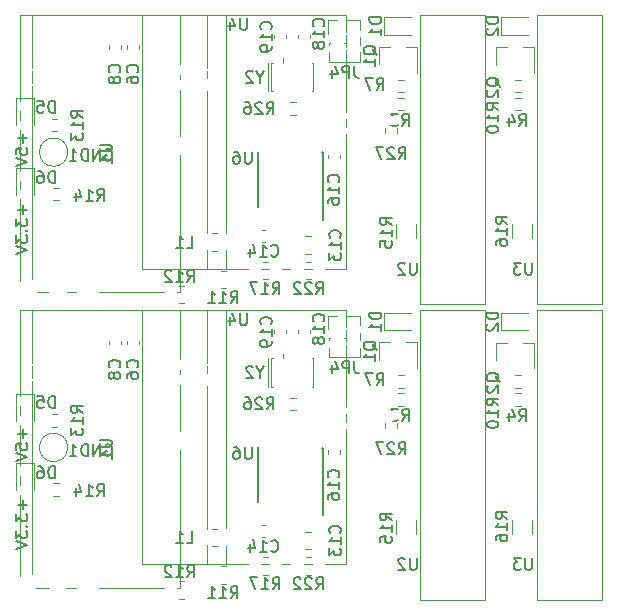
<source format=gbr>
%TF.GenerationSoftware,KiCad,Pcbnew,(5.1.10)-1*%
%TF.CreationDate,2022-01-18T18:17:05+07:00*%
%TF.ProjectId,Power_manager_v3_pnlz1x2,506f7765-725f-46d6-916e-616765725f76,rev?*%
%TF.SameCoordinates,Original*%
%TF.FileFunction,Legend,Bot*%
%TF.FilePolarity,Positive*%
%FSLAX46Y46*%
G04 Gerber Fmt 4.6, Leading zero omitted, Abs format (unit mm)*
G04 Created by KiCad (PCBNEW (5.1.10)-1) date 2022-01-18 18:17:05*
%MOMM*%
%LPD*%
G01*
G04 APERTURE LIST*
%ADD10C,0.150000*%
%ADD11C,0.120000*%
%ADD12R,1.000000X1.000000*%
%ADD13O,1.000000X1.000000*%
%ADD14R,1.900000X2.700000*%
%ADD15O,1.700000X1.700000*%
%ADD16O,2.400000X1.700000*%
%ADD17R,2.400000X1.700000*%
%ADD18R,1.600000X1.600000*%
%ADD19C,1.600000*%
%ADD20C,1.000000*%
%ADD21R,0.800000X0.900000*%
%ADD22R,0.400000X1.000000*%
%ADD23R,0.400000X3.200000*%
%ADD24C,2.000000*%
%ADD25R,1.800000X1.500000*%
%ADD26R,1.800000X1.800000*%
%ADD27C,1.800000*%
%ADD28O,1.600000X1.600000*%
%ADD29C,1.500000*%
G04 APERTURE END LIST*
D10*
X60941428Y-92142000D02*
X60941428Y-92903904D01*
X61322380Y-92522952D02*
X60560476Y-92522952D01*
X60322380Y-93284857D02*
X60322380Y-93903904D01*
X60703333Y-93570571D01*
X60703333Y-93713428D01*
X60750952Y-93808666D01*
X60798571Y-93856285D01*
X60893809Y-93903904D01*
X61131904Y-93903904D01*
X61227142Y-93856285D01*
X61274761Y-93808666D01*
X61322380Y-93713428D01*
X61322380Y-93427714D01*
X61274761Y-93332476D01*
X61227142Y-93284857D01*
X61227142Y-94332476D02*
X61274761Y-94380095D01*
X61322380Y-94332476D01*
X61274761Y-94284857D01*
X61227142Y-94332476D01*
X61322380Y-94332476D01*
X60322380Y-94713428D02*
X60322380Y-95332476D01*
X60703333Y-94999142D01*
X60703333Y-95142000D01*
X60750952Y-95237238D01*
X60798571Y-95284857D01*
X60893809Y-95332476D01*
X61131904Y-95332476D01*
X61227142Y-95284857D01*
X61274761Y-95237238D01*
X61322380Y-95142000D01*
X61322380Y-94856285D01*
X61274761Y-94761047D01*
X61227142Y-94713428D01*
X60322380Y-95618190D02*
X61322380Y-95951523D01*
X60322380Y-96284857D01*
X60941428Y-86125285D02*
X60941428Y-86887190D01*
X61322380Y-86506238D02*
X60560476Y-86506238D01*
X60322380Y-87839571D02*
X60322380Y-87363380D01*
X60798571Y-87315761D01*
X60750952Y-87363380D01*
X60703333Y-87458619D01*
X60703333Y-87696714D01*
X60750952Y-87791952D01*
X60798571Y-87839571D01*
X60893809Y-87887190D01*
X61131904Y-87887190D01*
X61227142Y-87839571D01*
X61274761Y-87791952D01*
X61322380Y-87696714D01*
X61322380Y-87458619D01*
X61274761Y-87363380D01*
X61227142Y-87315761D01*
X60322380Y-88172904D02*
X61322380Y-88506238D01*
X60322380Y-88839571D01*
X60941428Y-67142000D02*
X60941428Y-67903904D01*
X61322380Y-67522952D02*
X60560476Y-67522952D01*
X60322380Y-68284857D02*
X60322380Y-68903904D01*
X60703333Y-68570571D01*
X60703333Y-68713428D01*
X60750952Y-68808666D01*
X60798571Y-68856285D01*
X60893809Y-68903904D01*
X61131904Y-68903904D01*
X61227142Y-68856285D01*
X61274761Y-68808666D01*
X61322380Y-68713428D01*
X61322380Y-68427714D01*
X61274761Y-68332476D01*
X61227142Y-68284857D01*
X61227142Y-69332476D02*
X61274761Y-69380095D01*
X61322380Y-69332476D01*
X61274761Y-69284857D01*
X61227142Y-69332476D01*
X61322380Y-69332476D01*
X60322380Y-69713428D02*
X60322380Y-70332476D01*
X60703333Y-69999142D01*
X60703333Y-70142000D01*
X60750952Y-70237238D01*
X60798571Y-70284857D01*
X60893809Y-70332476D01*
X61131904Y-70332476D01*
X61227142Y-70284857D01*
X61274761Y-70237238D01*
X61322380Y-70142000D01*
X61322380Y-69856285D01*
X61274761Y-69761047D01*
X61227142Y-69713428D01*
X60322380Y-70618190D02*
X61322380Y-70951523D01*
X60322380Y-71284857D01*
X60941428Y-61125285D02*
X60941428Y-61887190D01*
X61322380Y-61506238D02*
X60560476Y-61506238D01*
X60322380Y-62839571D02*
X60322380Y-62363380D01*
X60798571Y-62315761D01*
X60750952Y-62363380D01*
X60703333Y-62458619D01*
X60703333Y-62696714D01*
X60750952Y-62791952D01*
X60798571Y-62839571D01*
X60893809Y-62887190D01*
X61131904Y-62887190D01*
X61227142Y-62839571D01*
X61274761Y-62791952D01*
X61322380Y-62696714D01*
X61322380Y-62458619D01*
X61274761Y-62363380D01*
X61227142Y-62315761D01*
X60322380Y-63172904D02*
X61322380Y-63506238D01*
X60322380Y-63839571D01*
D11*
%TO.C,JP4*%
X89505000Y-76502000D02*
X89505000Y-77324470D01*
X89505000Y-79209530D02*
X89505000Y-80032000D01*
X89505000Y-77939530D02*
X89505000Y-78594470D01*
X88300000Y-76502000D02*
X89505000Y-76502000D01*
X86845000Y-80032000D02*
X89505000Y-80032000D01*
X88300000Y-76502000D02*
X88300000Y-77068529D01*
X88300000Y-78195471D02*
X88300000Y-78338529D01*
X88246529Y-78392000D02*
X88103471Y-78392000D01*
X86976529Y-78392000D02*
X86845000Y-78392000D01*
X86845000Y-78392000D02*
X86845000Y-78594470D01*
X86845000Y-79209530D02*
X86845000Y-80032000D01*
X87540000Y-76502000D02*
X86780000Y-76502000D01*
X86780000Y-76502000D02*
X86780000Y-77632000D01*
%TO.C,U1*%
X74208000Y-99543000D02*
X74208000Y-76043000D01*
X74208000Y-76043000D02*
X60708000Y-76043000D01*
X60708000Y-99543000D02*
X74208000Y-99543000D01*
X61708000Y-99543000D02*
X61708000Y-76043000D01*
X60708000Y-99543000D02*
X60708000Y-76043000D01*
%TO.C,U4*%
X78100500Y-76030000D02*
X78100500Y-97530000D01*
X88311500Y-97530000D02*
X71039500Y-97530000D01*
X76500500Y-76030000D02*
X76500500Y-97530000D01*
X88311500Y-76030000D02*
X71039500Y-76030000D01*
X88311500Y-76030000D02*
X88311500Y-97530000D01*
X71039500Y-76030000D02*
X71039500Y-97530000D01*
%TO.C,C14*%
X81444580Y-94267000D02*
X81163420Y-94267000D01*
X81444580Y-95287000D02*
X81163420Y-95287000D01*
%TO.C,C16*%
X86776000Y-87918420D02*
X86776000Y-88199580D01*
X87796000Y-87918420D02*
X87796000Y-88199580D01*
%TO.C,C19*%
X83224000Y-77732420D02*
X83224000Y-78013580D01*
X82204000Y-77732420D02*
X82204000Y-78013580D01*
%TO.C,Q1*%
X91106000Y-78761000D02*
X91106000Y-80221000D01*
X94266000Y-78761000D02*
X94266000Y-80921000D01*
X94266000Y-78761000D02*
X93336000Y-78761000D01*
X91106000Y-78761000D02*
X92036000Y-78761000D01*
%TO.C,R3*%
X93175258Y-84123500D02*
X92700742Y-84123500D01*
X93175258Y-83078500D02*
X92700742Y-83078500D01*
%TO.C,R7*%
X93175258Y-82599500D02*
X92700742Y-82599500D01*
X93175258Y-81554500D02*
X92700742Y-81554500D01*
%TO.C,R11*%
X78138564Y-99195000D02*
X77684436Y-99195000D01*
X78138564Y-97725000D02*
X77684436Y-97725000D01*
%TO.C,R14*%
X63490742Y-90698500D02*
X63965258Y-90698500D01*
X63490742Y-91743500D02*
X63965258Y-91743500D01*
%TO.C,Q2*%
X101012000Y-78793000D02*
X101012000Y-80253000D01*
X104172000Y-78793000D02*
X104172000Y-80953000D01*
X104172000Y-78793000D02*
X103242000Y-78793000D01*
X101012000Y-78793000D02*
X101942000Y-78793000D01*
%TO.C,R10*%
X103081258Y-82599500D02*
X102606742Y-82599500D01*
X103081258Y-81554500D02*
X102606742Y-81554500D01*
%TO.C,R4*%
X103081258Y-84123500D02*
X102606742Y-84123500D01*
X103081258Y-83078500D02*
X102606742Y-83078500D01*
%TO.C,C6*%
X69758000Y-78902580D02*
X69758000Y-78621420D01*
X70778000Y-78902580D02*
X70778000Y-78621420D01*
%TO.C,C8*%
X68208000Y-78902580D02*
X68208000Y-78621420D01*
X69228000Y-78902580D02*
X69228000Y-78621420D01*
%TO.C,C13*%
X85327252Y-96274000D02*
X84804748Y-96274000D01*
X85327252Y-94804000D02*
X84804748Y-94804000D01*
%TO.C,C18*%
X85256000Y-77732420D02*
X85256000Y-78013580D01*
X84236000Y-77732420D02*
X84236000Y-78013580D01*
%TO.C,R12*%
X74582564Y-100465000D02*
X74128436Y-100465000D01*
X74582564Y-98995000D02*
X74128436Y-98995000D01*
%TO.C,R17*%
X81694564Y-98433000D02*
X81240436Y-98433000D01*
X81694564Y-96963000D02*
X81240436Y-96963000D01*
%TO.C,R22*%
X84876436Y-96963000D02*
X85330564Y-96963000D01*
X84876436Y-98433000D02*
X85330564Y-98433000D01*
%TO.C,R26*%
X84030258Y-84504500D02*
X83555742Y-84504500D01*
X84030258Y-83459500D02*
X83555742Y-83459500D01*
D10*
%TO.C,U6*%
X80807000Y-92297000D02*
X80807000Y-87647000D01*
X86332000Y-93372000D02*
X86332000Y-87672000D01*
X80807000Y-92297000D02*
X80832000Y-92297000D01*
X80807000Y-87647000D02*
X80832000Y-87647000D01*
X86332000Y-87672000D02*
X86232000Y-87672000D01*
D11*
%TO.C,Y2*%
X85530000Y-82515000D02*
X85380000Y-82515000D01*
X85530000Y-80115000D02*
X85380000Y-80115000D01*
X82980000Y-80115000D02*
X82930000Y-80115000D01*
X81930000Y-80115000D02*
X82080000Y-80115000D01*
X81930000Y-82515000D02*
X82080000Y-82515000D01*
X81730000Y-80515000D02*
X81730000Y-80115000D01*
X81930000Y-80515000D02*
X81930000Y-80115000D01*
X85530000Y-80515000D02*
X85530000Y-80115000D01*
X81730000Y-82515000D02*
X81730000Y-80515000D01*
X82980000Y-80115000D02*
X82980000Y-79715000D01*
X81930000Y-80515000D02*
X81930000Y-82515000D01*
X85530000Y-82515000D02*
X85530000Y-80515000D01*
%TO.C,GND1*%
X64737000Y-87665000D02*
G75*
G03*
X64737000Y-87665000I-1200000J0D01*
G01*
%TO.C,R16*%
X104011000Y-94972000D02*
X104011000Y-93772000D01*
X102311000Y-93772000D02*
X102311000Y-94972000D01*
%TO.C,U2*%
X100066000Y-76050000D02*
X100066000Y-100550000D01*
X100066000Y-76050000D02*
X94566000Y-76050000D01*
X94566000Y-76050000D02*
X94566000Y-100550000D01*
X100066000Y-100550000D02*
X94566000Y-100550000D01*
%TO.C,D6*%
X61859000Y-88999500D02*
X61859000Y-91284500D01*
X60389000Y-88999500D02*
X61859000Y-88999500D01*
X60389000Y-91284500D02*
X60389000Y-88999500D01*
%TO.C,L1*%
X76922436Y-96020000D02*
X77376564Y-96020000D01*
X76922436Y-94550000D02*
X77376564Y-94550000D01*
%TO.C,R27*%
X91589500Y-85585742D02*
X91589500Y-86060258D01*
X92634500Y-85585742D02*
X92634500Y-86060258D01*
%TO.C,R15*%
X94232000Y-94972000D02*
X94232000Y-93772000D01*
X92532000Y-93772000D02*
X92532000Y-94972000D01*
%TO.C,U3*%
X109972000Y-76050000D02*
X109972000Y-100550000D01*
X109972000Y-76050000D02*
X104472000Y-76050000D01*
X104472000Y-76050000D02*
X104472000Y-100550000D01*
X109972000Y-100550000D02*
X104472000Y-100550000D01*
%TO.C,D5*%
X61859000Y-83106500D02*
X61859000Y-85391500D01*
X60389000Y-83106500D02*
X61859000Y-83106500D01*
X60389000Y-85391500D02*
X60389000Y-83106500D01*
%TO.C,R13*%
X63362742Y-84856500D02*
X63837258Y-84856500D01*
X63362742Y-85901500D02*
X63837258Y-85901500D01*
%TO.C,D1*%
X91478000Y-76262000D02*
X93763000Y-76262000D01*
X91478000Y-77732000D02*
X91478000Y-76262000D01*
X93763000Y-77732000D02*
X91478000Y-77732000D01*
%TO.C,D2*%
X101384000Y-76262000D02*
X103669000Y-76262000D01*
X101384000Y-77732000D02*
X101384000Y-76262000D01*
X103669000Y-77732000D02*
X101384000Y-77732000D01*
%TO.C,U4*%
X71039500Y-51030000D02*
X71039500Y-72530000D01*
X88311500Y-51030000D02*
X88311500Y-72530000D01*
X88311500Y-51030000D02*
X71039500Y-51030000D01*
X76500500Y-51030000D02*
X76500500Y-72530000D01*
X88311500Y-72530000D02*
X71039500Y-72530000D01*
X78100500Y-51030000D02*
X78100500Y-72530000D01*
%TO.C,U1*%
X60708000Y-74543000D02*
X60708000Y-51043000D01*
X61708000Y-74543000D02*
X61708000Y-51043000D01*
X60708000Y-74543000D02*
X74208000Y-74543000D01*
X74208000Y-51043000D02*
X60708000Y-51043000D01*
X74208000Y-74543000D02*
X74208000Y-51043000D01*
%TO.C,JP4*%
X86780000Y-51502000D02*
X86780000Y-52632000D01*
X87540000Y-51502000D02*
X86780000Y-51502000D01*
X86845000Y-54209530D02*
X86845000Y-55032000D01*
X86845000Y-53392000D02*
X86845000Y-53594470D01*
X86976529Y-53392000D02*
X86845000Y-53392000D01*
X88246529Y-53392000D02*
X88103471Y-53392000D01*
X88300000Y-53195471D02*
X88300000Y-53338529D01*
X88300000Y-51502000D02*
X88300000Y-52068529D01*
X86845000Y-55032000D02*
X89505000Y-55032000D01*
X88300000Y-51502000D02*
X89505000Y-51502000D01*
X89505000Y-52939530D02*
X89505000Y-53594470D01*
X89505000Y-54209530D02*
X89505000Y-55032000D01*
X89505000Y-51502000D02*
X89505000Y-52324470D01*
%TO.C,R27*%
X92634500Y-60585742D02*
X92634500Y-61060258D01*
X91589500Y-60585742D02*
X91589500Y-61060258D01*
%TO.C,L1*%
X76922436Y-69550000D02*
X77376564Y-69550000D01*
X76922436Y-71020000D02*
X77376564Y-71020000D01*
%TO.C,C16*%
X87796000Y-62918420D02*
X87796000Y-63199580D01*
X86776000Y-62918420D02*
X86776000Y-63199580D01*
%TO.C,C14*%
X81444580Y-70287000D02*
X81163420Y-70287000D01*
X81444580Y-69267000D02*
X81163420Y-69267000D01*
%TO.C,GND1*%
X64737000Y-62665000D02*
G75*
G03*
X64737000Y-62665000I-1200000J0D01*
G01*
%TO.C,Y2*%
X85530000Y-57515000D02*
X85530000Y-55515000D01*
X81930000Y-55515000D02*
X81930000Y-57515000D01*
X82980000Y-55115000D02*
X82980000Y-54715000D01*
X81730000Y-57515000D02*
X81730000Y-55515000D01*
X85530000Y-55515000D02*
X85530000Y-55115000D01*
X81930000Y-55515000D02*
X81930000Y-55115000D01*
X81730000Y-55515000D02*
X81730000Y-55115000D01*
X81930000Y-57515000D02*
X82080000Y-57515000D01*
X81930000Y-55115000D02*
X82080000Y-55115000D01*
X82980000Y-55115000D02*
X82930000Y-55115000D01*
X85530000Y-55115000D02*
X85380000Y-55115000D01*
X85530000Y-57515000D02*
X85380000Y-57515000D01*
D10*
%TO.C,U6*%
X86332000Y-62672000D02*
X86232000Y-62672000D01*
X80807000Y-62647000D02*
X80832000Y-62647000D01*
X80807000Y-67297000D02*
X80832000Y-67297000D01*
X86332000Y-68372000D02*
X86332000Y-62672000D01*
X80807000Y-67297000D02*
X80807000Y-62647000D01*
D11*
%TO.C,R26*%
X84030258Y-58459500D02*
X83555742Y-58459500D01*
X84030258Y-59504500D02*
X83555742Y-59504500D01*
%TO.C,R22*%
X84876436Y-73433000D02*
X85330564Y-73433000D01*
X84876436Y-71963000D02*
X85330564Y-71963000D01*
%TO.C,R17*%
X81694564Y-71963000D02*
X81240436Y-71963000D01*
X81694564Y-73433000D02*
X81240436Y-73433000D01*
%TO.C,R12*%
X74582564Y-73995000D02*
X74128436Y-73995000D01*
X74582564Y-75465000D02*
X74128436Y-75465000D01*
%TO.C,R11*%
X78138564Y-72725000D02*
X77684436Y-72725000D01*
X78138564Y-74195000D02*
X77684436Y-74195000D01*
%TO.C,R7*%
X93175258Y-56554500D02*
X92700742Y-56554500D01*
X93175258Y-57599500D02*
X92700742Y-57599500D01*
%TO.C,R3*%
X93175258Y-58078500D02*
X92700742Y-58078500D01*
X93175258Y-59123500D02*
X92700742Y-59123500D01*
%TO.C,Q1*%
X91106000Y-53761000D02*
X92036000Y-53761000D01*
X94266000Y-53761000D02*
X93336000Y-53761000D01*
X94266000Y-53761000D02*
X94266000Y-55921000D01*
X91106000Y-53761000D02*
X91106000Y-55221000D01*
%TO.C,C19*%
X82204000Y-52732420D02*
X82204000Y-53013580D01*
X83224000Y-52732420D02*
X83224000Y-53013580D01*
%TO.C,C18*%
X84236000Y-52732420D02*
X84236000Y-53013580D01*
X85256000Y-52732420D02*
X85256000Y-53013580D01*
%TO.C,C13*%
X85327252Y-69804000D02*
X84804748Y-69804000D01*
X85327252Y-71274000D02*
X84804748Y-71274000D01*
%TO.C,C8*%
X69228000Y-53902580D02*
X69228000Y-53621420D01*
X68208000Y-53902580D02*
X68208000Y-53621420D01*
%TO.C,C6*%
X70778000Y-53902580D02*
X70778000Y-53621420D01*
X69758000Y-53902580D02*
X69758000Y-53621420D01*
%TO.C,R4*%
X103081258Y-58078500D02*
X102606742Y-58078500D01*
X103081258Y-59123500D02*
X102606742Y-59123500D01*
%TO.C,R10*%
X103081258Y-56554500D02*
X102606742Y-56554500D01*
X103081258Y-57599500D02*
X102606742Y-57599500D01*
%TO.C,Q2*%
X101012000Y-53793000D02*
X101942000Y-53793000D01*
X104172000Y-53793000D02*
X103242000Y-53793000D01*
X104172000Y-53793000D02*
X104172000Y-55953000D01*
X101012000Y-53793000D02*
X101012000Y-55253000D01*
%TO.C,R14*%
X63490742Y-66743500D02*
X63965258Y-66743500D01*
X63490742Y-65698500D02*
X63965258Y-65698500D01*
%TO.C,D6*%
X60389000Y-66284500D02*
X60389000Y-63999500D01*
X60389000Y-63999500D02*
X61859000Y-63999500D01*
X61859000Y-63999500D02*
X61859000Y-66284500D01*
%TO.C,U2*%
X100066000Y-75550000D02*
X94566000Y-75550000D01*
X94566000Y-51050000D02*
X94566000Y-75550000D01*
X100066000Y-51050000D02*
X94566000Y-51050000D01*
X100066000Y-51050000D02*
X100066000Y-75550000D01*
%TO.C,R16*%
X102311000Y-68772000D02*
X102311000Y-69972000D01*
X104011000Y-69972000D02*
X104011000Y-68772000D01*
%TO.C,R15*%
X92532000Y-68772000D02*
X92532000Y-69972000D01*
X94232000Y-69972000D02*
X94232000Y-68772000D01*
%TO.C,D2*%
X103669000Y-52732000D02*
X101384000Y-52732000D01*
X101384000Y-52732000D02*
X101384000Y-51262000D01*
X101384000Y-51262000D02*
X103669000Y-51262000D01*
%TO.C,D1*%
X93763000Y-52732000D02*
X91478000Y-52732000D01*
X91478000Y-52732000D02*
X91478000Y-51262000D01*
X91478000Y-51262000D02*
X93763000Y-51262000D01*
%TO.C,R13*%
X63362742Y-60901500D02*
X63837258Y-60901500D01*
X63362742Y-59856500D02*
X63837258Y-59856500D01*
%TO.C,D5*%
X60389000Y-60391500D02*
X60389000Y-58106500D01*
X60389000Y-58106500D02*
X61859000Y-58106500D01*
X61859000Y-58106500D02*
X61859000Y-60391500D01*
%TO.C,U3*%
X109972000Y-75550000D02*
X104472000Y-75550000D01*
X104472000Y-51050000D02*
X104472000Y-75550000D01*
X109972000Y-51050000D02*
X104472000Y-51050000D01*
X109972000Y-51050000D02*
X109972000Y-75550000D01*
%TO.C,JP4*%
D10*
X89008333Y-80386380D02*
X89008333Y-81100666D01*
X89055952Y-81243523D01*
X89151190Y-81338761D01*
X89294047Y-81386380D01*
X89389285Y-81386380D01*
X88532142Y-81386380D02*
X88532142Y-80386380D01*
X88151190Y-80386380D01*
X88055952Y-80434000D01*
X88008333Y-80481619D01*
X87960714Y-80576857D01*
X87960714Y-80719714D01*
X88008333Y-80814952D01*
X88055952Y-80862571D01*
X88151190Y-80910190D01*
X88532142Y-80910190D01*
X87103571Y-80719714D02*
X87103571Y-81386380D01*
X87341666Y-80338761D02*
X87579761Y-81053047D01*
X86960714Y-81053047D01*
%TO.C,U1*%
X67460380Y-87031095D02*
X68269904Y-87031095D01*
X68365142Y-87078714D01*
X68412761Y-87126333D01*
X68460380Y-87221571D01*
X68460380Y-87412047D01*
X68412761Y-87507285D01*
X68365142Y-87554904D01*
X68269904Y-87602523D01*
X67460380Y-87602523D01*
X68460380Y-88602523D02*
X68460380Y-88031095D01*
X68460380Y-88316809D02*
X67460380Y-88316809D01*
X67603238Y-88221571D01*
X67698476Y-88126333D01*
X67746095Y-88031095D01*
%TO.C,U4*%
X79919904Y-76322380D02*
X79919904Y-77131904D01*
X79872285Y-77227142D01*
X79824666Y-77274761D01*
X79729428Y-77322380D01*
X79538952Y-77322380D01*
X79443714Y-77274761D01*
X79396095Y-77227142D01*
X79348476Y-77131904D01*
X79348476Y-76322380D01*
X78443714Y-76655714D02*
X78443714Y-77322380D01*
X78681809Y-76274761D02*
X78919904Y-76989047D01*
X78300857Y-76989047D01*
%TO.C,C14*%
X81959857Y-96404142D02*
X82007476Y-96451761D01*
X82150333Y-96499380D01*
X82245571Y-96499380D01*
X82388428Y-96451761D01*
X82483666Y-96356523D01*
X82531285Y-96261285D01*
X82578904Y-96070809D01*
X82578904Y-95927952D01*
X82531285Y-95737476D01*
X82483666Y-95642238D01*
X82388428Y-95547000D01*
X82245571Y-95499380D01*
X82150333Y-95499380D01*
X82007476Y-95547000D01*
X81959857Y-95594619D01*
X81007476Y-96499380D02*
X81578904Y-96499380D01*
X81293190Y-96499380D02*
X81293190Y-95499380D01*
X81388428Y-95642238D01*
X81483666Y-95737476D01*
X81578904Y-95785095D01*
X80150333Y-95832714D02*
X80150333Y-96499380D01*
X80388428Y-95451761D02*
X80626523Y-96166047D01*
X80007476Y-96166047D01*
%TO.C,C16*%
X87643142Y-90197142D02*
X87690761Y-90149523D01*
X87738380Y-90006666D01*
X87738380Y-89911428D01*
X87690761Y-89768571D01*
X87595523Y-89673333D01*
X87500285Y-89625714D01*
X87309809Y-89578095D01*
X87166952Y-89578095D01*
X86976476Y-89625714D01*
X86881238Y-89673333D01*
X86786000Y-89768571D01*
X86738380Y-89911428D01*
X86738380Y-90006666D01*
X86786000Y-90149523D01*
X86833619Y-90197142D01*
X87738380Y-91149523D02*
X87738380Y-90578095D01*
X87738380Y-90863809D02*
X86738380Y-90863809D01*
X86881238Y-90768571D01*
X86976476Y-90673333D01*
X87024095Y-90578095D01*
X86738380Y-92006666D02*
X86738380Y-91816190D01*
X86786000Y-91720952D01*
X86833619Y-91673333D01*
X86976476Y-91578095D01*
X87166952Y-91530476D01*
X87547904Y-91530476D01*
X87643142Y-91578095D01*
X87690761Y-91625714D01*
X87738380Y-91720952D01*
X87738380Y-91911428D01*
X87690761Y-92006666D01*
X87643142Y-92054285D01*
X87547904Y-92101904D01*
X87309809Y-92101904D01*
X87214571Y-92054285D01*
X87166952Y-92006666D01*
X87119333Y-91911428D01*
X87119333Y-91720952D01*
X87166952Y-91625714D01*
X87214571Y-91578095D01*
X87309809Y-91530476D01*
%TO.C,C19*%
X81928142Y-77243142D02*
X81975761Y-77195523D01*
X82023380Y-77052666D01*
X82023380Y-76957428D01*
X81975761Y-76814571D01*
X81880523Y-76719333D01*
X81785285Y-76671714D01*
X81594809Y-76624095D01*
X81451952Y-76624095D01*
X81261476Y-76671714D01*
X81166238Y-76719333D01*
X81071000Y-76814571D01*
X81023380Y-76957428D01*
X81023380Y-77052666D01*
X81071000Y-77195523D01*
X81118619Y-77243142D01*
X82023380Y-78195523D02*
X82023380Y-77624095D01*
X82023380Y-77909809D02*
X81023380Y-77909809D01*
X81166238Y-77814571D01*
X81261476Y-77719333D01*
X81309095Y-77624095D01*
X82023380Y-78671714D02*
X82023380Y-78862190D01*
X81975761Y-78957428D01*
X81928142Y-79005047D01*
X81785285Y-79100285D01*
X81594809Y-79147904D01*
X81213857Y-79147904D01*
X81118619Y-79100285D01*
X81071000Y-79052666D01*
X81023380Y-78957428D01*
X81023380Y-78766952D01*
X81071000Y-78671714D01*
X81118619Y-78624095D01*
X81213857Y-78576476D01*
X81451952Y-78576476D01*
X81547190Y-78624095D01*
X81594809Y-78671714D01*
X81642428Y-78766952D01*
X81642428Y-78957428D01*
X81594809Y-79052666D01*
X81547190Y-79100285D01*
X81451952Y-79147904D01*
%TO.C,Q1*%
X90881619Y-79425761D02*
X90834000Y-79330523D01*
X90738761Y-79235285D01*
X90595904Y-79092428D01*
X90548285Y-78997190D01*
X90548285Y-78901952D01*
X90786380Y-78949571D02*
X90738761Y-78854333D01*
X90643523Y-78759095D01*
X90453047Y-78711476D01*
X90119714Y-78711476D01*
X89929238Y-78759095D01*
X89834000Y-78854333D01*
X89786380Y-78949571D01*
X89786380Y-79140047D01*
X89834000Y-79235285D01*
X89929238Y-79330523D01*
X90119714Y-79378142D01*
X90453047Y-79378142D01*
X90643523Y-79330523D01*
X90738761Y-79235285D01*
X90786380Y-79140047D01*
X90786380Y-78949571D01*
X90786380Y-80330523D02*
X90786380Y-79759095D01*
X90786380Y-80044809D02*
X89786380Y-80044809D01*
X89929238Y-79949571D01*
X90024476Y-79854333D01*
X90072095Y-79759095D01*
%TO.C,R3*%
X93040666Y-85424980D02*
X93374000Y-84948790D01*
X93612095Y-85424980D02*
X93612095Y-84424980D01*
X93231142Y-84424980D01*
X93135904Y-84472600D01*
X93088285Y-84520219D01*
X93040666Y-84615457D01*
X93040666Y-84758314D01*
X93088285Y-84853552D01*
X93135904Y-84901171D01*
X93231142Y-84948790D01*
X93612095Y-84948790D01*
X92707333Y-84424980D02*
X92088285Y-84424980D01*
X92421619Y-84805933D01*
X92278761Y-84805933D01*
X92183523Y-84853552D01*
X92135904Y-84901171D01*
X92088285Y-84996409D01*
X92088285Y-85234504D01*
X92135904Y-85329742D01*
X92183523Y-85377361D01*
X92278761Y-85424980D01*
X92564476Y-85424980D01*
X92659714Y-85377361D01*
X92707333Y-85329742D01*
%TO.C,R7*%
X90882666Y-82402380D02*
X91216000Y-81926190D01*
X91454095Y-82402380D02*
X91454095Y-81402380D01*
X91073142Y-81402380D01*
X90977904Y-81450000D01*
X90930285Y-81497619D01*
X90882666Y-81592857D01*
X90882666Y-81735714D01*
X90930285Y-81830952D01*
X90977904Y-81878571D01*
X91073142Y-81926190D01*
X91454095Y-81926190D01*
X90549333Y-81402380D02*
X89882666Y-81402380D01*
X90311238Y-82402380D01*
%TO.C,R11*%
X78530857Y-100436380D02*
X78864190Y-99960190D01*
X79102285Y-100436380D02*
X79102285Y-99436380D01*
X78721333Y-99436380D01*
X78626095Y-99484000D01*
X78578476Y-99531619D01*
X78530857Y-99626857D01*
X78530857Y-99769714D01*
X78578476Y-99864952D01*
X78626095Y-99912571D01*
X78721333Y-99960190D01*
X79102285Y-99960190D01*
X77578476Y-100436380D02*
X78149904Y-100436380D01*
X77864190Y-100436380D02*
X77864190Y-99436380D01*
X77959428Y-99579238D01*
X78054666Y-99674476D01*
X78149904Y-99722095D01*
X76626095Y-100436380D02*
X77197523Y-100436380D01*
X76911809Y-100436380D02*
X76911809Y-99436380D01*
X77007047Y-99579238D01*
X77102285Y-99674476D01*
X77197523Y-99722095D01*
%TO.C,R14*%
X67227857Y-91800380D02*
X67561190Y-91324190D01*
X67799285Y-91800380D02*
X67799285Y-90800380D01*
X67418333Y-90800380D01*
X67323095Y-90848000D01*
X67275476Y-90895619D01*
X67227857Y-90990857D01*
X67227857Y-91133714D01*
X67275476Y-91228952D01*
X67323095Y-91276571D01*
X67418333Y-91324190D01*
X67799285Y-91324190D01*
X66275476Y-91800380D02*
X66846904Y-91800380D01*
X66561190Y-91800380D02*
X66561190Y-90800380D01*
X66656428Y-90943238D01*
X66751666Y-91038476D01*
X66846904Y-91086095D01*
X65418333Y-91133714D02*
X65418333Y-91800380D01*
X65656428Y-90752761D02*
X65894523Y-91467047D01*
X65275476Y-91467047D01*
%TO.C,Q2*%
X101295619Y-82108761D02*
X101248000Y-82013523D01*
X101152761Y-81918285D01*
X101009904Y-81775428D01*
X100962285Y-81680190D01*
X100962285Y-81584952D01*
X101200380Y-81632571D02*
X101152761Y-81537333D01*
X101057523Y-81442095D01*
X100867047Y-81394476D01*
X100533714Y-81394476D01*
X100343238Y-81442095D01*
X100248000Y-81537333D01*
X100200380Y-81632571D01*
X100200380Y-81823047D01*
X100248000Y-81918285D01*
X100343238Y-82013523D01*
X100533714Y-82061142D01*
X100867047Y-82061142D01*
X101057523Y-82013523D01*
X101152761Y-81918285D01*
X101200380Y-81823047D01*
X101200380Y-81632571D01*
X100295619Y-82442095D02*
X100248000Y-82489714D01*
X100200380Y-82584952D01*
X100200380Y-82823047D01*
X100248000Y-82918285D01*
X100295619Y-82965904D01*
X100390857Y-83013523D01*
X100486095Y-83013523D01*
X100628952Y-82965904D01*
X101200380Y-82394476D01*
X101200380Y-83013523D01*
%TO.C,R10*%
X101200380Y-84101142D02*
X100724190Y-83767809D01*
X101200380Y-83529714D02*
X100200380Y-83529714D01*
X100200380Y-83910666D01*
X100248000Y-84005904D01*
X100295619Y-84053523D01*
X100390857Y-84101142D01*
X100533714Y-84101142D01*
X100628952Y-84053523D01*
X100676571Y-84005904D01*
X100724190Y-83910666D01*
X100724190Y-83529714D01*
X101200380Y-85053523D02*
X101200380Y-84482095D01*
X101200380Y-84767809D02*
X100200380Y-84767809D01*
X100343238Y-84672571D01*
X100438476Y-84577333D01*
X100486095Y-84482095D01*
X100200380Y-85672571D02*
X100200380Y-85767809D01*
X100248000Y-85863047D01*
X100295619Y-85910666D01*
X100390857Y-85958285D01*
X100581333Y-86005904D01*
X100819428Y-86005904D01*
X101009904Y-85958285D01*
X101105142Y-85910666D01*
X101152761Y-85863047D01*
X101200380Y-85767809D01*
X101200380Y-85672571D01*
X101152761Y-85577333D01*
X101105142Y-85529714D01*
X101009904Y-85482095D01*
X100819428Y-85434476D01*
X100581333Y-85434476D01*
X100390857Y-85482095D01*
X100295619Y-85529714D01*
X100248000Y-85577333D01*
X100200380Y-85672571D01*
%TO.C,R4*%
X102946666Y-85450380D02*
X103280000Y-84974190D01*
X103518095Y-85450380D02*
X103518095Y-84450380D01*
X103137142Y-84450380D01*
X103041904Y-84498000D01*
X102994285Y-84545619D01*
X102946666Y-84640857D01*
X102946666Y-84783714D01*
X102994285Y-84878952D01*
X103041904Y-84926571D01*
X103137142Y-84974190D01*
X103518095Y-84974190D01*
X102089523Y-84783714D02*
X102089523Y-85450380D01*
X102327619Y-84402761D02*
X102565714Y-85117047D01*
X101946666Y-85117047D01*
%TO.C,C6*%
X70625142Y-80894333D02*
X70672761Y-80846714D01*
X70720380Y-80703857D01*
X70720380Y-80608619D01*
X70672761Y-80465761D01*
X70577523Y-80370523D01*
X70482285Y-80322904D01*
X70291809Y-80275285D01*
X70148952Y-80275285D01*
X69958476Y-80322904D01*
X69863238Y-80370523D01*
X69768000Y-80465761D01*
X69720380Y-80608619D01*
X69720380Y-80703857D01*
X69768000Y-80846714D01*
X69815619Y-80894333D01*
X69720380Y-81751476D02*
X69720380Y-81561000D01*
X69768000Y-81465761D01*
X69815619Y-81418142D01*
X69958476Y-81322904D01*
X70148952Y-81275285D01*
X70529904Y-81275285D01*
X70625142Y-81322904D01*
X70672761Y-81370523D01*
X70720380Y-81465761D01*
X70720380Y-81656238D01*
X70672761Y-81751476D01*
X70625142Y-81799095D01*
X70529904Y-81846714D01*
X70291809Y-81846714D01*
X70196571Y-81799095D01*
X70148952Y-81751476D01*
X70101333Y-81656238D01*
X70101333Y-81465761D01*
X70148952Y-81370523D01*
X70196571Y-81322904D01*
X70291809Y-81275285D01*
%TO.C,C8*%
X69101142Y-80894333D02*
X69148761Y-80846714D01*
X69196380Y-80703857D01*
X69196380Y-80608619D01*
X69148761Y-80465761D01*
X69053523Y-80370523D01*
X68958285Y-80322904D01*
X68767809Y-80275285D01*
X68624952Y-80275285D01*
X68434476Y-80322904D01*
X68339238Y-80370523D01*
X68244000Y-80465761D01*
X68196380Y-80608619D01*
X68196380Y-80703857D01*
X68244000Y-80846714D01*
X68291619Y-80894333D01*
X68624952Y-81465761D02*
X68577333Y-81370523D01*
X68529714Y-81322904D01*
X68434476Y-81275285D01*
X68386857Y-81275285D01*
X68291619Y-81322904D01*
X68244000Y-81370523D01*
X68196380Y-81465761D01*
X68196380Y-81656238D01*
X68244000Y-81751476D01*
X68291619Y-81799095D01*
X68386857Y-81846714D01*
X68434476Y-81846714D01*
X68529714Y-81799095D01*
X68577333Y-81751476D01*
X68624952Y-81656238D01*
X68624952Y-81465761D01*
X68672571Y-81370523D01*
X68720190Y-81322904D01*
X68815428Y-81275285D01*
X69005904Y-81275285D01*
X69101142Y-81322904D01*
X69148761Y-81370523D01*
X69196380Y-81465761D01*
X69196380Y-81656238D01*
X69148761Y-81751476D01*
X69101142Y-81799095D01*
X69005904Y-81846714D01*
X68815428Y-81846714D01*
X68720190Y-81799095D01*
X68672571Y-81751476D01*
X68624952Y-81656238D01*
%TO.C,C13*%
X87770142Y-94896142D02*
X87817761Y-94848523D01*
X87865380Y-94705666D01*
X87865380Y-94610428D01*
X87817761Y-94467571D01*
X87722523Y-94372333D01*
X87627285Y-94324714D01*
X87436809Y-94277095D01*
X87293952Y-94277095D01*
X87103476Y-94324714D01*
X87008238Y-94372333D01*
X86913000Y-94467571D01*
X86865380Y-94610428D01*
X86865380Y-94705666D01*
X86913000Y-94848523D01*
X86960619Y-94896142D01*
X87865380Y-95848523D02*
X87865380Y-95277095D01*
X87865380Y-95562809D02*
X86865380Y-95562809D01*
X87008238Y-95467571D01*
X87103476Y-95372333D01*
X87151095Y-95277095D01*
X86865380Y-96181857D02*
X86865380Y-96800904D01*
X87246333Y-96467571D01*
X87246333Y-96610428D01*
X87293952Y-96705666D01*
X87341571Y-96753285D01*
X87436809Y-96800904D01*
X87674904Y-96800904D01*
X87770142Y-96753285D01*
X87817761Y-96705666D01*
X87865380Y-96610428D01*
X87865380Y-96324714D01*
X87817761Y-96229476D01*
X87770142Y-96181857D01*
%TO.C,C18*%
X86373142Y-76989142D02*
X86420761Y-76941523D01*
X86468380Y-76798666D01*
X86468380Y-76703428D01*
X86420761Y-76560571D01*
X86325523Y-76465333D01*
X86230285Y-76417714D01*
X86039809Y-76370095D01*
X85896952Y-76370095D01*
X85706476Y-76417714D01*
X85611238Y-76465333D01*
X85516000Y-76560571D01*
X85468380Y-76703428D01*
X85468380Y-76798666D01*
X85516000Y-76941523D01*
X85563619Y-76989142D01*
X86468380Y-77941523D02*
X86468380Y-77370095D01*
X86468380Y-77655809D02*
X85468380Y-77655809D01*
X85611238Y-77560571D01*
X85706476Y-77465333D01*
X85754095Y-77370095D01*
X85896952Y-78512952D02*
X85849333Y-78417714D01*
X85801714Y-78370095D01*
X85706476Y-78322476D01*
X85658857Y-78322476D01*
X85563619Y-78370095D01*
X85516000Y-78417714D01*
X85468380Y-78512952D01*
X85468380Y-78703428D01*
X85516000Y-78798666D01*
X85563619Y-78846285D01*
X85658857Y-78893904D01*
X85706476Y-78893904D01*
X85801714Y-78846285D01*
X85849333Y-78798666D01*
X85896952Y-78703428D01*
X85896952Y-78512952D01*
X85944571Y-78417714D01*
X85992190Y-78370095D01*
X86087428Y-78322476D01*
X86277904Y-78322476D01*
X86373142Y-78370095D01*
X86420761Y-78417714D01*
X86468380Y-78512952D01*
X86468380Y-78703428D01*
X86420761Y-78798666D01*
X86373142Y-78846285D01*
X86277904Y-78893904D01*
X86087428Y-78893904D01*
X85992190Y-78846285D01*
X85944571Y-78798666D01*
X85896952Y-78703428D01*
%TO.C,R12*%
X74847857Y-98658380D02*
X75181190Y-98182190D01*
X75419285Y-98658380D02*
X75419285Y-97658380D01*
X75038333Y-97658380D01*
X74943095Y-97706000D01*
X74895476Y-97753619D01*
X74847857Y-97848857D01*
X74847857Y-97991714D01*
X74895476Y-98086952D01*
X74943095Y-98134571D01*
X75038333Y-98182190D01*
X75419285Y-98182190D01*
X73895476Y-98658380D02*
X74466904Y-98658380D01*
X74181190Y-98658380D02*
X74181190Y-97658380D01*
X74276428Y-97801238D01*
X74371666Y-97896476D01*
X74466904Y-97944095D01*
X73514523Y-97753619D02*
X73466904Y-97706000D01*
X73371666Y-97658380D01*
X73133571Y-97658380D01*
X73038333Y-97706000D01*
X72990714Y-97753619D01*
X72943095Y-97848857D01*
X72943095Y-97944095D01*
X72990714Y-98086952D01*
X73562142Y-98658380D01*
X72943095Y-98658380D01*
%TO.C,R17*%
X82086857Y-99674380D02*
X82420190Y-99198190D01*
X82658285Y-99674380D02*
X82658285Y-98674380D01*
X82277333Y-98674380D01*
X82182095Y-98722000D01*
X82134476Y-98769619D01*
X82086857Y-98864857D01*
X82086857Y-99007714D01*
X82134476Y-99102952D01*
X82182095Y-99150571D01*
X82277333Y-99198190D01*
X82658285Y-99198190D01*
X81134476Y-99674380D02*
X81705904Y-99674380D01*
X81420190Y-99674380D02*
X81420190Y-98674380D01*
X81515428Y-98817238D01*
X81610666Y-98912476D01*
X81705904Y-98960095D01*
X80801142Y-98674380D02*
X80134476Y-98674380D01*
X80563047Y-99674380D01*
%TO.C,R22*%
X85769857Y-99674380D02*
X86103190Y-99198190D01*
X86341285Y-99674380D02*
X86341285Y-98674380D01*
X85960333Y-98674380D01*
X85865095Y-98722000D01*
X85817476Y-98769619D01*
X85769857Y-98864857D01*
X85769857Y-99007714D01*
X85817476Y-99102952D01*
X85865095Y-99150571D01*
X85960333Y-99198190D01*
X86341285Y-99198190D01*
X85388904Y-98769619D02*
X85341285Y-98722000D01*
X85246047Y-98674380D01*
X85007952Y-98674380D01*
X84912714Y-98722000D01*
X84865095Y-98769619D01*
X84817476Y-98864857D01*
X84817476Y-98960095D01*
X84865095Y-99102952D01*
X85436523Y-99674380D01*
X84817476Y-99674380D01*
X84436523Y-98769619D02*
X84388904Y-98722000D01*
X84293666Y-98674380D01*
X84055571Y-98674380D01*
X83960333Y-98722000D01*
X83912714Y-98769619D01*
X83865095Y-98864857D01*
X83865095Y-98960095D01*
X83912714Y-99102952D01*
X84484142Y-99674380D01*
X83865095Y-99674380D01*
%TO.C,R26*%
X81578857Y-84434380D02*
X81912190Y-83958190D01*
X82150285Y-84434380D02*
X82150285Y-83434380D01*
X81769333Y-83434380D01*
X81674095Y-83482000D01*
X81626476Y-83529619D01*
X81578857Y-83624857D01*
X81578857Y-83767714D01*
X81626476Y-83862952D01*
X81674095Y-83910571D01*
X81769333Y-83958190D01*
X82150285Y-83958190D01*
X81197904Y-83529619D02*
X81150285Y-83482000D01*
X81055047Y-83434380D01*
X80816952Y-83434380D01*
X80721714Y-83482000D01*
X80674095Y-83529619D01*
X80626476Y-83624857D01*
X80626476Y-83720095D01*
X80674095Y-83862952D01*
X81245523Y-84434380D01*
X80626476Y-84434380D01*
X79769333Y-83434380D02*
X79959809Y-83434380D01*
X80055047Y-83482000D01*
X80102666Y-83529619D01*
X80197904Y-83672476D01*
X80245523Y-83862952D01*
X80245523Y-84243904D01*
X80197904Y-84339142D01*
X80150285Y-84386761D01*
X80055047Y-84434380D01*
X79864571Y-84434380D01*
X79769333Y-84386761D01*
X79721714Y-84339142D01*
X79674095Y-84243904D01*
X79674095Y-84005809D01*
X79721714Y-83910571D01*
X79769333Y-83862952D01*
X79864571Y-83815333D01*
X80055047Y-83815333D01*
X80150285Y-83862952D01*
X80197904Y-83910571D01*
X80245523Y-84005809D01*
%TO.C,U6*%
X80300904Y-87625380D02*
X80300904Y-88434904D01*
X80253285Y-88530142D01*
X80205666Y-88577761D01*
X80110428Y-88625380D01*
X79919952Y-88625380D01*
X79824714Y-88577761D01*
X79777095Y-88530142D01*
X79729476Y-88434904D01*
X79729476Y-87625380D01*
X78824714Y-87625380D02*
X79015190Y-87625380D01*
X79110428Y-87673000D01*
X79158047Y-87720619D01*
X79253285Y-87863476D01*
X79300904Y-88053952D01*
X79300904Y-88434904D01*
X79253285Y-88530142D01*
X79205666Y-88577761D01*
X79110428Y-88625380D01*
X78919952Y-88625380D01*
X78824714Y-88577761D01*
X78777095Y-88530142D01*
X78729476Y-88434904D01*
X78729476Y-88196809D01*
X78777095Y-88101571D01*
X78824714Y-88053952D01*
X78919952Y-88006333D01*
X79110428Y-88006333D01*
X79205666Y-88053952D01*
X79253285Y-88101571D01*
X79300904Y-88196809D01*
%TO.C,Y2*%
X81031190Y-81291190D02*
X81031190Y-81767380D01*
X81364523Y-80767380D02*
X81031190Y-81291190D01*
X80697857Y-80767380D01*
X80412142Y-80862619D02*
X80364523Y-80815000D01*
X80269285Y-80767380D01*
X80031190Y-80767380D01*
X79935952Y-80815000D01*
X79888333Y-80862619D01*
X79840714Y-80957857D01*
X79840714Y-81053095D01*
X79888333Y-81195952D01*
X80459761Y-81767380D01*
X79840714Y-81767380D01*
%TO.C,GND1*%
X67950095Y-87419000D02*
X68045333Y-87371380D01*
X68188190Y-87371380D01*
X68331047Y-87419000D01*
X68426285Y-87514238D01*
X68473904Y-87609476D01*
X68521523Y-87799952D01*
X68521523Y-87942809D01*
X68473904Y-88133285D01*
X68426285Y-88228523D01*
X68331047Y-88323761D01*
X68188190Y-88371380D01*
X68092952Y-88371380D01*
X67950095Y-88323761D01*
X67902476Y-88276142D01*
X67902476Y-87942809D01*
X68092952Y-87942809D01*
X67473904Y-88371380D02*
X67473904Y-87371380D01*
X66902476Y-88371380D01*
X66902476Y-87371380D01*
X66426285Y-88371380D02*
X66426285Y-87371380D01*
X66188190Y-87371380D01*
X66045333Y-87419000D01*
X65950095Y-87514238D01*
X65902476Y-87609476D01*
X65854857Y-87799952D01*
X65854857Y-87942809D01*
X65902476Y-88133285D01*
X65950095Y-88228523D01*
X66045333Y-88323761D01*
X66188190Y-88371380D01*
X66426285Y-88371380D01*
X64902476Y-88371380D02*
X65473904Y-88371380D01*
X65188190Y-88371380D02*
X65188190Y-87371380D01*
X65283428Y-87514238D01*
X65378666Y-87609476D01*
X65473904Y-87657095D01*
%TO.C,R16*%
X101962380Y-93705142D02*
X101486190Y-93371809D01*
X101962380Y-93133714D02*
X100962380Y-93133714D01*
X100962380Y-93514666D01*
X101010000Y-93609904D01*
X101057619Y-93657523D01*
X101152857Y-93705142D01*
X101295714Y-93705142D01*
X101390952Y-93657523D01*
X101438571Y-93609904D01*
X101486190Y-93514666D01*
X101486190Y-93133714D01*
X101962380Y-94657523D02*
X101962380Y-94086095D01*
X101962380Y-94371809D02*
X100962380Y-94371809D01*
X101105238Y-94276571D01*
X101200476Y-94181333D01*
X101248095Y-94086095D01*
X100962380Y-95514666D02*
X100962380Y-95324190D01*
X101010000Y-95228952D01*
X101057619Y-95181333D01*
X101200476Y-95086095D01*
X101390952Y-95038476D01*
X101771904Y-95038476D01*
X101867142Y-95086095D01*
X101914761Y-95133714D01*
X101962380Y-95228952D01*
X101962380Y-95419428D01*
X101914761Y-95514666D01*
X101867142Y-95562285D01*
X101771904Y-95609904D01*
X101533809Y-95609904D01*
X101438571Y-95562285D01*
X101390952Y-95514666D01*
X101343333Y-95419428D01*
X101343333Y-95228952D01*
X101390952Y-95133714D01*
X101438571Y-95086095D01*
X101533809Y-95038476D01*
%TO.C,U2*%
X94270904Y-97023380D02*
X94270904Y-97832904D01*
X94223285Y-97928142D01*
X94175666Y-97975761D01*
X94080428Y-98023380D01*
X93889952Y-98023380D01*
X93794714Y-97975761D01*
X93747095Y-97928142D01*
X93699476Y-97832904D01*
X93699476Y-97023380D01*
X93270904Y-97118619D02*
X93223285Y-97071000D01*
X93128047Y-97023380D01*
X92889952Y-97023380D01*
X92794714Y-97071000D01*
X92747095Y-97118619D01*
X92699476Y-97213857D01*
X92699476Y-97309095D01*
X92747095Y-97451952D01*
X93318523Y-98023380D01*
X92699476Y-98023380D01*
%TO.C,D6*%
X63640095Y-90276380D02*
X63640095Y-89276380D01*
X63402000Y-89276380D01*
X63259142Y-89324000D01*
X63163904Y-89419238D01*
X63116285Y-89514476D01*
X63068666Y-89704952D01*
X63068666Y-89847809D01*
X63116285Y-90038285D01*
X63163904Y-90133523D01*
X63259142Y-90228761D01*
X63402000Y-90276380D01*
X63640095Y-90276380D01*
X62211523Y-89276380D02*
X62402000Y-89276380D01*
X62497238Y-89324000D01*
X62544857Y-89371619D01*
X62640095Y-89514476D01*
X62687714Y-89704952D01*
X62687714Y-90085904D01*
X62640095Y-90181142D01*
X62592476Y-90228761D01*
X62497238Y-90276380D01*
X62306761Y-90276380D01*
X62211523Y-90228761D01*
X62163904Y-90181142D01*
X62116285Y-90085904D01*
X62116285Y-89847809D01*
X62163904Y-89752571D01*
X62211523Y-89704952D01*
X62306761Y-89657333D01*
X62497238Y-89657333D01*
X62592476Y-89704952D01*
X62640095Y-89752571D01*
X62687714Y-89847809D01*
%TO.C,L1*%
X74799666Y-95737380D02*
X75275857Y-95737380D01*
X75275857Y-94737380D01*
X73942523Y-95737380D02*
X74513952Y-95737380D01*
X74228238Y-95737380D02*
X74228238Y-94737380D01*
X74323476Y-94880238D01*
X74418714Y-94975476D01*
X74513952Y-95023095D01*
%TO.C,R27*%
X92754857Y-88244380D02*
X93088190Y-87768190D01*
X93326285Y-88244380D02*
X93326285Y-87244380D01*
X92945333Y-87244380D01*
X92850095Y-87292000D01*
X92802476Y-87339619D01*
X92754857Y-87434857D01*
X92754857Y-87577714D01*
X92802476Y-87672952D01*
X92850095Y-87720571D01*
X92945333Y-87768190D01*
X93326285Y-87768190D01*
X92373904Y-87339619D02*
X92326285Y-87292000D01*
X92231047Y-87244380D01*
X91992952Y-87244380D01*
X91897714Y-87292000D01*
X91850095Y-87339619D01*
X91802476Y-87434857D01*
X91802476Y-87530095D01*
X91850095Y-87672952D01*
X92421523Y-88244380D01*
X91802476Y-88244380D01*
X91469142Y-87244380D02*
X90802476Y-87244380D01*
X91231047Y-88244380D01*
%TO.C,R15*%
X92183380Y-93832142D02*
X91707190Y-93498809D01*
X92183380Y-93260714D02*
X91183380Y-93260714D01*
X91183380Y-93641666D01*
X91231000Y-93736904D01*
X91278619Y-93784523D01*
X91373857Y-93832142D01*
X91516714Y-93832142D01*
X91611952Y-93784523D01*
X91659571Y-93736904D01*
X91707190Y-93641666D01*
X91707190Y-93260714D01*
X92183380Y-94784523D02*
X92183380Y-94213095D01*
X92183380Y-94498809D02*
X91183380Y-94498809D01*
X91326238Y-94403571D01*
X91421476Y-94308333D01*
X91469095Y-94213095D01*
X91183380Y-95689285D02*
X91183380Y-95213095D01*
X91659571Y-95165476D01*
X91611952Y-95213095D01*
X91564333Y-95308333D01*
X91564333Y-95546428D01*
X91611952Y-95641666D01*
X91659571Y-95689285D01*
X91754809Y-95736904D01*
X91992904Y-95736904D01*
X92088142Y-95689285D01*
X92135761Y-95641666D01*
X92183380Y-95546428D01*
X92183380Y-95308333D01*
X92135761Y-95213095D01*
X92088142Y-95165476D01*
%TO.C,U3*%
X104049904Y-97023380D02*
X104049904Y-97832904D01*
X104002285Y-97928142D01*
X103954666Y-97975761D01*
X103859428Y-98023380D01*
X103668952Y-98023380D01*
X103573714Y-97975761D01*
X103526095Y-97928142D01*
X103478476Y-97832904D01*
X103478476Y-97023380D01*
X103097523Y-97023380D02*
X102478476Y-97023380D01*
X102811809Y-97404333D01*
X102668952Y-97404333D01*
X102573714Y-97451952D01*
X102526095Y-97499571D01*
X102478476Y-97594809D01*
X102478476Y-97832904D01*
X102526095Y-97928142D01*
X102573714Y-97975761D01*
X102668952Y-98023380D01*
X102954666Y-98023380D01*
X103049904Y-97975761D01*
X103097523Y-97928142D01*
%TO.C,D5*%
X63640095Y-84307380D02*
X63640095Y-83307380D01*
X63402000Y-83307380D01*
X63259142Y-83355000D01*
X63163904Y-83450238D01*
X63116285Y-83545476D01*
X63068666Y-83735952D01*
X63068666Y-83878809D01*
X63116285Y-84069285D01*
X63163904Y-84164523D01*
X63259142Y-84259761D01*
X63402000Y-84307380D01*
X63640095Y-84307380D01*
X62163904Y-83307380D02*
X62640095Y-83307380D01*
X62687714Y-83783571D01*
X62640095Y-83735952D01*
X62544857Y-83688333D01*
X62306761Y-83688333D01*
X62211523Y-83735952D01*
X62163904Y-83783571D01*
X62116285Y-83878809D01*
X62116285Y-84116904D01*
X62163904Y-84212142D01*
X62211523Y-84259761D01*
X62306761Y-84307380D01*
X62544857Y-84307380D01*
X62640095Y-84259761D01*
X62687714Y-84212142D01*
%TO.C,R13*%
X66021380Y-84736142D02*
X65545190Y-84402809D01*
X66021380Y-84164714D02*
X65021380Y-84164714D01*
X65021380Y-84545666D01*
X65069000Y-84640904D01*
X65116619Y-84688523D01*
X65211857Y-84736142D01*
X65354714Y-84736142D01*
X65449952Y-84688523D01*
X65497571Y-84640904D01*
X65545190Y-84545666D01*
X65545190Y-84164714D01*
X66021380Y-85688523D02*
X66021380Y-85117095D01*
X66021380Y-85402809D02*
X65021380Y-85402809D01*
X65164238Y-85307571D01*
X65259476Y-85212333D01*
X65307095Y-85117095D01*
X65021380Y-86021857D02*
X65021380Y-86640904D01*
X65402333Y-86307571D01*
X65402333Y-86450428D01*
X65449952Y-86545666D01*
X65497571Y-86593285D01*
X65592809Y-86640904D01*
X65830904Y-86640904D01*
X65926142Y-86593285D01*
X65973761Y-86545666D01*
X66021380Y-86450428D01*
X66021380Y-86164714D01*
X65973761Y-86069476D01*
X65926142Y-86021857D01*
%TO.C,D1*%
X91281880Y-76258904D02*
X90281880Y-76258904D01*
X90281880Y-76497000D01*
X90329500Y-76639857D01*
X90424738Y-76735095D01*
X90519976Y-76782714D01*
X90710452Y-76830333D01*
X90853309Y-76830333D01*
X91043785Y-76782714D01*
X91139023Y-76735095D01*
X91234261Y-76639857D01*
X91281880Y-76497000D01*
X91281880Y-76258904D01*
X91281880Y-77782714D02*
X91281880Y-77211285D01*
X91281880Y-77497000D02*
X90281880Y-77497000D01*
X90424738Y-77401761D01*
X90519976Y-77306523D01*
X90567595Y-77211285D01*
%TO.C,D2*%
X101187880Y-76258904D02*
X100187880Y-76258904D01*
X100187880Y-76497000D01*
X100235500Y-76639857D01*
X100330738Y-76735095D01*
X100425976Y-76782714D01*
X100616452Y-76830333D01*
X100759309Y-76830333D01*
X100949785Y-76782714D01*
X101045023Y-76735095D01*
X101140261Y-76639857D01*
X101187880Y-76497000D01*
X101187880Y-76258904D01*
X100283119Y-77211285D02*
X100235500Y-77258904D01*
X100187880Y-77354142D01*
X100187880Y-77592238D01*
X100235500Y-77687476D01*
X100283119Y-77735095D01*
X100378357Y-77782714D01*
X100473595Y-77782714D01*
X100616452Y-77735095D01*
X101187880Y-77163666D01*
X101187880Y-77782714D01*
%TO.C,U4*%
X79919904Y-51322380D02*
X79919904Y-52131904D01*
X79872285Y-52227142D01*
X79824666Y-52274761D01*
X79729428Y-52322380D01*
X79538952Y-52322380D01*
X79443714Y-52274761D01*
X79396095Y-52227142D01*
X79348476Y-52131904D01*
X79348476Y-51322380D01*
X78443714Y-51655714D02*
X78443714Y-52322380D01*
X78681809Y-51274761D02*
X78919904Y-51989047D01*
X78300857Y-51989047D01*
%TO.C,U1*%
X67460380Y-62031095D02*
X68269904Y-62031095D01*
X68365142Y-62078714D01*
X68412761Y-62126333D01*
X68460380Y-62221571D01*
X68460380Y-62412047D01*
X68412761Y-62507285D01*
X68365142Y-62554904D01*
X68269904Y-62602523D01*
X67460380Y-62602523D01*
X68460380Y-63602523D02*
X68460380Y-63031095D01*
X68460380Y-63316809D02*
X67460380Y-63316809D01*
X67603238Y-63221571D01*
X67698476Y-63126333D01*
X67746095Y-63031095D01*
%TO.C,JP4*%
X89008333Y-55386380D02*
X89008333Y-56100666D01*
X89055952Y-56243523D01*
X89151190Y-56338761D01*
X89294047Y-56386380D01*
X89389285Y-56386380D01*
X88532142Y-56386380D02*
X88532142Y-55386380D01*
X88151190Y-55386380D01*
X88055952Y-55434000D01*
X88008333Y-55481619D01*
X87960714Y-55576857D01*
X87960714Y-55719714D01*
X88008333Y-55814952D01*
X88055952Y-55862571D01*
X88151190Y-55910190D01*
X88532142Y-55910190D01*
X87103571Y-55719714D02*
X87103571Y-56386380D01*
X87341666Y-55338761D02*
X87579761Y-56053047D01*
X86960714Y-56053047D01*
%TO.C,R27*%
X92754857Y-63244380D02*
X93088190Y-62768190D01*
X93326285Y-63244380D02*
X93326285Y-62244380D01*
X92945333Y-62244380D01*
X92850095Y-62292000D01*
X92802476Y-62339619D01*
X92754857Y-62434857D01*
X92754857Y-62577714D01*
X92802476Y-62672952D01*
X92850095Y-62720571D01*
X92945333Y-62768190D01*
X93326285Y-62768190D01*
X92373904Y-62339619D02*
X92326285Y-62292000D01*
X92231047Y-62244380D01*
X91992952Y-62244380D01*
X91897714Y-62292000D01*
X91850095Y-62339619D01*
X91802476Y-62434857D01*
X91802476Y-62530095D01*
X91850095Y-62672952D01*
X92421523Y-63244380D01*
X91802476Y-63244380D01*
X91469142Y-62244380D02*
X90802476Y-62244380D01*
X91231047Y-63244380D01*
%TO.C,L1*%
X74799666Y-70737380D02*
X75275857Y-70737380D01*
X75275857Y-69737380D01*
X73942523Y-70737380D02*
X74513952Y-70737380D01*
X74228238Y-70737380D02*
X74228238Y-69737380D01*
X74323476Y-69880238D01*
X74418714Y-69975476D01*
X74513952Y-70023095D01*
%TO.C,C16*%
X87643142Y-65197142D02*
X87690761Y-65149523D01*
X87738380Y-65006666D01*
X87738380Y-64911428D01*
X87690761Y-64768571D01*
X87595523Y-64673333D01*
X87500285Y-64625714D01*
X87309809Y-64578095D01*
X87166952Y-64578095D01*
X86976476Y-64625714D01*
X86881238Y-64673333D01*
X86786000Y-64768571D01*
X86738380Y-64911428D01*
X86738380Y-65006666D01*
X86786000Y-65149523D01*
X86833619Y-65197142D01*
X87738380Y-66149523D02*
X87738380Y-65578095D01*
X87738380Y-65863809D02*
X86738380Y-65863809D01*
X86881238Y-65768571D01*
X86976476Y-65673333D01*
X87024095Y-65578095D01*
X86738380Y-67006666D02*
X86738380Y-66816190D01*
X86786000Y-66720952D01*
X86833619Y-66673333D01*
X86976476Y-66578095D01*
X87166952Y-66530476D01*
X87547904Y-66530476D01*
X87643142Y-66578095D01*
X87690761Y-66625714D01*
X87738380Y-66720952D01*
X87738380Y-66911428D01*
X87690761Y-67006666D01*
X87643142Y-67054285D01*
X87547904Y-67101904D01*
X87309809Y-67101904D01*
X87214571Y-67054285D01*
X87166952Y-67006666D01*
X87119333Y-66911428D01*
X87119333Y-66720952D01*
X87166952Y-66625714D01*
X87214571Y-66578095D01*
X87309809Y-66530476D01*
%TO.C,C14*%
X81959857Y-71404142D02*
X82007476Y-71451761D01*
X82150333Y-71499380D01*
X82245571Y-71499380D01*
X82388428Y-71451761D01*
X82483666Y-71356523D01*
X82531285Y-71261285D01*
X82578904Y-71070809D01*
X82578904Y-70927952D01*
X82531285Y-70737476D01*
X82483666Y-70642238D01*
X82388428Y-70547000D01*
X82245571Y-70499380D01*
X82150333Y-70499380D01*
X82007476Y-70547000D01*
X81959857Y-70594619D01*
X81007476Y-71499380D02*
X81578904Y-71499380D01*
X81293190Y-71499380D02*
X81293190Y-70499380D01*
X81388428Y-70642238D01*
X81483666Y-70737476D01*
X81578904Y-70785095D01*
X80150333Y-70832714D02*
X80150333Y-71499380D01*
X80388428Y-70451761D02*
X80626523Y-71166047D01*
X80007476Y-71166047D01*
%TO.C,GND1*%
X67950095Y-62419000D02*
X68045333Y-62371380D01*
X68188190Y-62371380D01*
X68331047Y-62419000D01*
X68426285Y-62514238D01*
X68473904Y-62609476D01*
X68521523Y-62799952D01*
X68521523Y-62942809D01*
X68473904Y-63133285D01*
X68426285Y-63228523D01*
X68331047Y-63323761D01*
X68188190Y-63371380D01*
X68092952Y-63371380D01*
X67950095Y-63323761D01*
X67902476Y-63276142D01*
X67902476Y-62942809D01*
X68092952Y-62942809D01*
X67473904Y-63371380D02*
X67473904Y-62371380D01*
X66902476Y-63371380D01*
X66902476Y-62371380D01*
X66426285Y-63371380D02*
X66426285Y-62371380D01*
X66188190Y-62371380D01*
X66045333Y-62419000D01*
X65950095Y-62514238D01*
X65902476Y-62609476D01*
X65854857Y-62799952D01*
X65854857Y-62942809D01*
X65902476Y-63133285D01*
X65950095Y-63228523D01*
X66045333Y-63323761D01*
X66188190Y-63371380D01*
X66426285Y-63371380D01*
X64902476Y-63371380D02*
X65473904Y-63371380D01*
X65188190Y-63371380D02*
X65188190Y-62371380D01*
X65283428Y-62514238D01*
X65378666Y-62609476D01*
X65473904Y-62657095D01*
%TO.C,Y2*%
X81031190Y-56291190D02*
X81031190Y-56767380D01*
X81364523Y-55767380D02*
X81031190Y-56291190D01*
X80697857Y-55767380D01*
X80412142Y-55862619D02*
X80364523Y-55815000D01*
X80269285Y-55767380D01*
X80031190Y-55767380D01*
X79935952Y-55815000D01*
X79888333Y-55862619D01*
X79840714Y-55957857D01*
X79840714Y-56053095D01*
X79888333Y-56195952D01*
X80459761Y-56767380D01*
X79840714Y-56767380D01*
%TO.C,U6*%
X80300904Y-62625380D02*
X80300904Y-63434904D01*
X80253285Y-63530142D01*
X80205666Y-63577761D01*
X80110428Y-63625380D01*
X79919952Y-63625380D01*
X79824714Y-63577761D01*
X79777095Y-63530142D01*
X79729476Y-63434904D01*
X79729476Y-62625380D01*
X78824714Y-62625380D02*
X79015190Y-62625380D01*
X79110428Y-62673000D01*
X79158047Y-62720619D01*
X79253285Y-62863476D01*
X79300904Y-63053952D01*
X79300904Y-63434904D01*
X79253285Y-63530142D01*
X79205666Y-63577761D01*
X79110428Y-63625380D01*
X78919952Y-63625380D01*
X78824714Y-63577761D01*
X78777095Y-63530142D01*
X78729476Y-63434904D01*
X78729476Y-63196809D01*
X78777095Y-63101571D01*
X78824714Y-63053952D01*
X78919952Y-63006333D01*
X79110428Y-63006333D01*
X79205666Y-63053952D01*
X79253285Y-63101571D01*
X79300904Y-63196809D01*
%TO.C,R26*%
X81578857Y-59434380D02*
X81912190Y-58958190D01*
X82150285Y-59434380D02*
X82150285Y-58434380D01*
X81769333Y-58434380D01*
X81674095Y-58482000D01*
X81626476Y-58529619D01*
X81578857Y-58624857D01*
X81578857Y-58767714D01*
X81626476Y-58862952D01*
X81674095Y-58910571D01*
X81769333Y-58958190D01*
X82150285Y-58958190D01*
X81197904Y-58529619D02*
X81150285Y-58482000D01*
X81055047Y-58434380D01*
X80816952Y-58434380D01*
X80721714Y-58482000D01*
X80674095Y-58529619D01*
X80626476Y-58624857D01*
X80626476Y-58720095D01*
X80674095Y-58862952D01*
X81245523Y-59434380D01*
X80626476Y-59434380D01*
X79769333Y-58434380D02*
X79959809Y-58434380D01*
X80055047Y-58482000D01*
X80102666Y-58529619D01*
X80197904Y-58672476D01*
X80245523Y-58862952D01*
X80245523Y-59243904D01*
X80197904Y-59339142D01*
X80150285Y-59386761D01*
X80055047Y-59434380D01*
X79864571Y-59434380D01*
X79769333Y-59386761D01*
X79721714Y-59339142D01*
X79674095Y-59243904D01*
X79674095Y-59005809D01*
X79721714Y-58910571D01*
X79769333Y-58862952D01*
X79864571Y-58815333D01*
X80055047Y-58815333D01*
X80150285Y-58862952D01*
X80197904Y-58910571D01*
X80245523Y-59005809D01*
%TO.C,R22*%
X85769857Y-74674380D02*
X86103190Y-74198190D01*
X86341285Y-74674380D02*
X86341285Y-73674380D01*
X85960333Y-73674380D01*
X85865095Y-73722000D01*
X85817476Y-73769619D01*
X85769857Y-73864857D01*
X85769857Y-74007714D01*
X85817476Y-74102952D01*
X85865095Y-74150571D01*
X85960333Y-74198190D01*
X86341285Y-74198190D01*
X85388904Y-73769619D02*
X85341285Y-73722000D01*
X85246047Y-73674380D01*
X85007952Y-73674380D01*
X84912714Y-73722000D01*
X84865095Y-73769619D01*
X84817476Y-73864857D01*
X84817476Y-73960095D01*
X84865095Y-74102952D01*
X85436523Y-74674380D01*
X84817476Y-74674380D01*
X84436523Y-73769619D02*
X84388904Y-73722000D01*
X84293666Y-73674380D01*
X84055571Y-73674380D01*
X83960333Y-73722000D01*
X83912714Y-73769619D01*
X83865095Y-73864857D01*
X83865095Y-73960095D01*
X83912714Y-74102952D01*
X84484142Y-74674380D01*
X83865095Y-74674380D01*
%TO.C,R17*%
X82086857Y-74674380D02*
X82420190Y-74198190D01*
X82658285Y-74674380D02*
X82658285Y-73674380D01*
X82277333Y-73674380D01*
X82182095Y-73722000D01*
X82134476Y-73769619D01*
X82086857Y-73864857D01*
X82086857Y-74007714D01*
X82134476Y-74102952D01*
X82182095Y-74150571D01*
X82277333Y-74198190D01*
X82658285Y-74198190D01*
X81134476Y-74674380D02*
X81705904Y-74674380D01*
X81420190Y-74674380D02*
X81420190Y-73674380D01*
X81515428Y-73817238D01*
X81610666Y-73912476D01*
X81705904Y-73960095D01*
X80801142Y-73674380D02*
X80134476Y-73674380D01*
X80563047Y-74674380D01*
%TO.C,R12*%
X74847857Y-73658380D02*
X75181190Y-73182190D01*
X75419285Y-73658380D02*
X75419285Y-72658380D01*
X75038333Y-72658380D01*
X74943095Y-72706000D01*
X74895476Y-72753619D01*
X74847857Y-72848857D01*
X74847857Y-72991714D01*
X74895476Y-73086952D01*
X74943095Y-73134571D01*
X75038333Y-73182190D01*
X75419285Y-73182190D01*
X73895476Y-73658380D02*
X74466904Y-73658380D01*
X74181190Y-73658380D02*
X74181190Y-72658380D01*
X74276428Y-72801238D01*
X74371666Y-72896476D01*
X74466904Y-72944095D01*
X73514523Y-72753619D02*
X73466904Y-72706000D01*
X73371666Y-72658380D01*
X73133571Y-72658380D01*
X73038333Y-72706000D01*
X72990714Y-72753619D01*
X72943095Y-72848857D01*
X72943095Y-72944095D01*
X72990714Y-73086952D01*
X73562142Y-73658380D01*
X72943095Y-73658380D01*
%TO.C,R11*%
X78530857Y-75436380D02*
X78864190Y-74960190D01*
X79102285Y-75436380D02*
X79102285Y-74436380D01*
X78721333Y-74436380D01*
X78626095Y-74484000D01*
X78578476Y-74531619D01*
X78530857Y-74626857D01*
X78530857Y-74769714D01*
X78578476Y-74864952D01*
X78626095Y-74912571D01*
X78721333Y-74960190D01*
X79102285Y-74960190D01*
X77578476Y-75436380D02*
X78149904Y-75436380D01*
X77864190Y-75436380D02*
X77864190Y-74436380D01*
X77959428Y-74579238D01*
X78054666Y-74674476D01*
X78149904Y-74722095D01*
X76626095Y-75436380D02*
X77197523Y-75436380D01*
X76911809Y-75436380D02*
X76911809Y-74436380D01*
X77007047Y-74579238D01*
X77102285Y-74674476D01*
X77197523Y-74722095D01*
%TO.C,R7*%
X90882666Y-57402380D02*
X91216000Y-56926190D01*
X91454095Y-57402380D02*
X91454095Y-56402380D01*
X91073142Y-56402380D01*
X90977904Y-56450000D01*
X90930285Y-56497619D01*
X90882666Y-56592857D01*
X90882666Y-56735714D01*
X90930285Y-56830952D01*
X90977904Y-56878571D01*
X91073142Y-56926190D01*
X91454095Y-56926190D01*
X90549333Y-56402380D02*
X89882666Y-56402380D01*
X90311238Y-57402380D01*
%TO.C,R3*%
X93040666Y-60424980D02*
X93374000Y-59948790D01*
X93612095Y-60424980D02*
X93612095Y-59424980D01*
X93231142Y-59424980D01*
X93135904Y-59472600D01*
X93088285Y-59520219D01*
X93040666Y-59615457D01*
X93040666Y-59758314D01*
X93088285Y-59853552D01*
X93135904Y-59901171D01*
X93231142Y-59948790D01*
X93612095Y-59948790D01*
X92707333Y-59424980D02*
X92088285Y-59424980D01*
X92421619Y-59805933D01*
X92278761Y-59805933D01*
X92183523Y-59853552D01*
X92135904Y-59901171D01*
X92088285Y-59996409D01*
X92088285Y-60234504D01*
X92135904Y-60329742D01*
X92183523Y-60377361D01*
X92278761Y-60424980D01*
X92564476Y-60424980D01*
X92659714Y-60377361D01*
X92707333Y-60329742D01*
%TO.C,Q1*%
X90881619Y-54425761D02*
X90834000Y-54330523D01*
X90738761Y-54235285D01*
X90595904Y-54092428D01*
X90548285Y-53997190D01*
X90548285Y-53901952D01*
X90786380Y-53949571D02*
X90738761Y-53854333D01*
X90643523Y-53759095D01*
X90453047Y-53711476D01*
X90119714Y-53711476D01*
X89929238Y-53759095D01*
X89834000Y-53854333D01*
X89786380Y-53949571D01*
X89786380Y-54140047D01*
X89834000Y-54235285D01*
X89929238Y-54330523D01*
X90119714Y-54378142D01*
X90453047Y-54378142D01*
X90643523Y-54330523D01*
X90738761Y-54235285D01*
X90786380Y-54140047D01*
X90786380Y-53949571D01*
X90786380Y-55330523D02*
X90786380Y-54759095D01*
X90786380Y-55044809D02*
X89786380Y-55044809D01*
X89929238Y-54949571D01*
X90024476Y-54854333D01*
X90072095Y-54759095D01*
%TO.C,C19*%
X81928142Y-52243142D02*
X81975761Y-52195523D01*
X82023380Y-52052666D01*
X82023380Y-51957428D01*
X81975761Y-51814571D01*
X81880523Y-51719333D01*
X81785285Y-51671714D01*
X81594809Y-51624095D01*
X81451952Y-51624095D01*
X81261476Y-51671714D01*
X81166238Y-51719333D01*
X81071000Y-51814571D01*
X81023380Y-51957428D01*
X81023380Y-52052666D01*
X81071000Y-52195523D01*
X81118619Y-52243142D01*
X82023380Y-53195523D02*
X82023380Y-52624095D01*
X82023380Y-52909809D02*
X81023380Y-52909809D01*
X81166238Y-52814571D01*
X81261476Y-52719333D01*
X81309095Y-52624095D01*
X82023380Y-53671714D02*
X82023380Y-53862190D01*
X81975761Y-53957428D01*
X81928142Y-54005047D01*
X81785285Y-54100285D01*
X81594809Y-54147904D01*
X81213857Y-54147904D01*
X81118619Y-54100285D01*
X81071000Y-54052666D01*
X81023380Y-53957428D01*
X81023380Y-53766952D01*
X81071000Y-53671714D01*
X81118619Y-53624095D01*
X81213857Y-53576476D01*
X81451952Y-53576476D01*
X81547190Y-53624095D01*
X81594809Y-53671714D01*
X81642428Y-53766952D01*
X81642428Y-53957428D01*
X81594809Y-54052666D01*
X81547190Y-54100285D01*
X81451952Y-54147904D01*
%TO.C,C18*%
X86373142Y-51989142D02*
X86420761Y-51941523D01*
X86468380Y-51798666D01*
X86468380Y-51703428D01*
X86420761Y-51560571D01*
X86325523Y-51465333D01*
X86230285Y-51417714D01*
X86039809Y-51370095D01*
X85896952Y-51370095D01*
X85706476Y-51417714D01*
X85611238Y-51465333D01*
X85516000Y-51560571D01*
X85468380Y-51703428D01*
X85468380Y-51798666D01*
X85516000Y-51941523D01*
X85563619Y-51989142D01*
X86468380Y-52941523D02*
X86468380Y-52370095D01*
X86468380Y-52655809D02*
X85468380Y-52655809D01*
X85611238Y-52560571D01*
X85706476Y-52465333D01*
X85754095Y-52370095D01*
X85896952Y-53512952D02*
X85849333Y-53417714D01*
X85801714Y-53370095D01*
X85706476Y-53322476D01*
X85658857Y-53322476D01*
X85563619Y-53370095D01*
X85516000Y-53417714D01*
X85468380Y-53512952D01*
X85468380Y-53703428D01*
X85516000Y-53798666D01*
X85563619Y-53846285D01*
X85658857Y-53893904D01*
X85706476Y-53893904D01*
X85801714Y-53846285D01*
X85849333Y-53798666D01*
X85896952Y-53703428D01*
X85896952Y-53512952D01*
X85944571Y-53417714D01*
X85992190Y-53370095D01*
X86087428Y-53322476D01*
X86277904Y-53322476D01*
X86373142Y-53370095D01*
X86420761Y-53417714D01*
X86468380Y-53512952D01*
X86468380Y-53703428D01*
X86420761Y-53798666D01*
X86373142Y-53846285D01*
X86277904Y-53893904D01*
X86087428Y-53893904D01*
X85992190Y-53846285D01*
X85944571Y-53798666D01*
X85896952Y-53703428D01*
%TO.C,C13*%
X87770142Y-69896142D02*
X87817761Y-69848523D01*
X87865380Y-69705666D01*
X87865380Y-69610428D01*
X87817761Y-69467571D01*
X87722523Y-69372333D01*
X87627285Y-69324714D01*
X87436809Y-69277095D01*
X87293952Y-69277095D01*
X87103476Y-69324714D01*
X87008238Y-69372333D01*
X86913000Y-69467571D01*
X86865380Y-69610428D01*
X86865380Y-69705666D01*
X86913000Y-69848523D01*
X86960619Y-69896142D01*
X87865380Y-70848523D02*
X87865380Y-70277095D01*
X87865380Y-70562809D02*
X86865380Y-70562809D01*
X87008238Y-70467571D01*
X87103476Y-70372333D01*
X87151095Y-70277095D01*
X86865380Y-71181857D02*
X86865380Y-71800904D01*
X87246333Y-71467571D01*
X87246333Y-71610428D01*
X87293952Y-71705666D01*
X87341571Y-71753285D01*
X87436809Y-71800904D01*
X87674904Y-71800904D01*
X87770142Y-71753285D01*
X87817761Y-71705666D01*
X87865380Y-71610428D01*
X87865380Y-71324714D01*
X87817761Y-71229476D01*
X87770142Y-71181857D01*
%TO.C,C8*%
X69101142Y-55894333D02*
X69148761Y-55846714D01*
X69196380Y-55703857D01*
X69196380Y-55608619D01*
X69148761Y-55465761D01*
X69053523Y-55370523D01*
X68958285Y-55322904D01*
X68767809Y-55275285D01*
X68624952Y-55275285D01*
X68434476Y-55322904D01*
X68339238Y-55370523D01*
X68244000Y-55465761D01*
X68196380Y-55608619D01*
X68196380Y-55703857D01*
X68244000Y-55846714D01*
X68291619Y-55894333D01*
X68624952Y-56465761D02*
X68577333Y-56370523D01*
X68529714Y-56322904D01*
X68434476Y-56275285D01*
X68386857Y-56275285D01*
X68291619Y-56322904D01*
X68244000Y-56370523D01*
X68196380Y-56465761D01*
X68196380Y-56656238D01*
X68244000Y-56751476D01*
X68291619Y-56799095D01*
X68386857Y-56846714D01*
X68434476Y-56846714D01*
X68529714Y-56799095D01*
X68577333Y-56751476D01*
X68624952Y-56656238D01*
X68624952Y-56465761D01*
X68672571Y-56370523D01*
X68720190Y-56322904D01*
X68815428Y-56275285D01*
X69005904Y-56275285D01*
X69101142Y-56322904D01*
X69148761Y-56370523D01*
X69196380Y-56465761D01*
X69196380Y-56656238D01*
X69148761Y-56751476D01*
X69101142Y-56799095D01*
X69005904Y-56846714D01*
X68815428Y-56846714D01*
X68720190Y-56799095D01*
X68672571Y-56751476D01*
X68624952Y-56656238D01*
%TO.C,C6*%
X70625142Y-55894333D02*
X70672761Y-55846714D01*
X70720380Y-55703857D01*
X70720380Y-55608619D01*
X70672761Y-55465761D01*
X70577523Y-55370523D01*
X70482285Y-55322904D01*
X70291809Y-55275285D01*
X70148952Y-55275285D01*
X69958476Y-55322904D01*
X69863238Y-55370523D01*
X69768000Y-55465761D01*
X69720380Y-55608619D01*
X69720380Y-55703857D01*
X69768000Y-55846714D01*
X69815619Y-55894333D01*
X69720380Y-56751476D02*
X69720380Y-56561000D01*
X69768000Y-56465761D01*
X69815619Y-56418142D01*
X69958476Y-56322904D01*
X70148952Y-56275285D01*
X70529904Y-56275285D01*
X70625142Y-56322904D01*
X70672761Y-56370523D01*
X70720380Y-56465761D01*
X70720380Y-56656238D01*
X70672761Y-56751476D01*
X70625142Y-56799095D01*
X70529904Y-56846714D01*
X70291809Y-56846714D01*
X70196571Y-56799095D01*
X70148952Y-56751476D01*
X70101333Y-56656238D01*
X70101333Y-56465761D01*
X70148952Y-56370523D01*
X70196571Y-56322904D01*
X70291809Y-56275285D01*
%TO.C,R4*%
X102946666Y-60450380D02*
X103280000Y-59974190D01*
X103518095Y-60450380D02*
X103518095Y-59450380D01*
X103137142Y-59450380D01*
X103041904Y-59498000D01*
X102994285Y-59545619D01*
X102946666Y-59640857D01*
X102946666Y-59783714D01*
X102994285Y-59878952D01*
X103041904Y-59926571D01*
X103137142Y-59974190D01*
X103518095Y-59974190D01*
X102089523Y-59783714D02*
X102089523Y-60450380D01*
X102327619Y-59402761D02*
X102565714Y-60117047D01*
X101946666Y-60117047D01*
%TO.C,R10*%
X101200380Y-59101142D02*
X100724190Y-58767809D01*
X101200380Y-58529714D02*
X100200380Y-58529714D01*
X100200380Y-58910666D01*
X100248000Y-59005904D01*
X100295619Y-59053523D01*
X100390857Y-59101142D01*
X100533714Y-59101142D01*
X100628952Y-59053523D01*
X100676571Y-59005904D01*
X100724190Y-58910666D01*
X100724190Y-58529714D01*
X101200380Y-60053523D02*
X101200380Y-59482095D01*
X101200380Y-59767809D02*
X100200380Y-59767809D01*
X100343238Y-59672571D01*
X100438476Y-59577333D01*
X100486095Y-59482095D01*
X100200380Y-60672571D02*
X100200380Y-60767809D01*
X100248000Y-60863047D01*
X100295619Y-60910666D01*
X100390857Y-60958285D01*
X100581333Y-61005904D01*
X100819428Y-61005904D01*
X101009904Y-60958285D01*
X101105142Y-60910666D01*
X101152761Y-60863047D01*
X101200380Y-60767809D01*
X101200380Y-60672571D01*
X101152761Y-60577333D01*
X101105142Y-60529714D01*
X101009904Y-60482095D01*
X100819428Y-60434476D01*
X100581333Y-60434476D01*
X100390857Y-60482095D01*
X100295619Y-60529714D01*
X100248000Y-60577333D01*
X100200380Y-60672571D01*
%TO.C,Q2*%
X101295619Y-57108761D02*
X101248000Y-57013523D01*
X101152761Y-56918285D01*
X101009904Y-56775428D01*
X100962285Y-56680190D01*
X100962285Y-56584952D01*
X101200380Y-56632571D02*
X101152761Y-56537333D01*
X101057523Y-56442095D01*
X100867047Y-56394476D01*
X100533714Y-56394476D01*
X100343238Y-56442095D01*
X100248000Y-56537333D01*
X100200380Y-56632571D01*
X100200380Y-56823047D01*
X100248000Y-56918285D01*
X100343238Y-57013523D01*
X100533714Y-57061142D01*
X100867047Y-57061142D01*
X101057523Y-57013523D01*
X101152761Y-56918285D01*
X101200380Y-56823047D01*
X101200380Y-56632571D01*
X100295619Y-57442095D02*
X100248000Y-57489714D01*
X100200380Y-57584952D01*
X100200380Y-57823047D01*
X100248000Y-57918285D01*
X100295619Y-57965904D01*
X100390857Y-58013523D01*
X100486095Y-58013523D01*
X100628952Y-57965904D01*
X101200380Y-57394476D01*
X101200380Y-58013523D01*
%TO.C,R14*%
X67227857Y-66800380D02*
X67561190Y-66324190D01*
X67799285Y-66800380D02*
X67799285Y-65800380D01*
X67418333Y-65800380D01*
X67323095Y-65848000D01*
X67275476Y-65895619D01*
X67227857Y-65990857D01*
X67227857Y-66133714D01*
X67275476Y-66228952D01*
X67323095Y-66276571D01*
X67418333Y-66324190D01*
X67799285Y-66324190D01*
X66275476Y-66800380D02*
X66846904Y-66800380D01*
X66561190Y-66800380D02*
X66561190Y-65800380D01*
X66656428Y-65943238D01*
X66751666Y-66038476D01*
X66846904Y-66086095D01*
X65418333Y-66133714D02*
X65418333Y-66800380D01*
X65656428Y-65752761D02*
X65894523Y-66467047D01*
X65275476Y-66467047D01*
%TO.C,D6*%
X63640095Y-65276380D02*
X63640095Y-64276380D01*
X63402000Y-64276380D01*
X63259142Y-64324000D01*
X63163904Y-64419238D01*
X63116285Y-64514476D01*
X63068666Y-64704952D01*
X63068666Y-64847809D01*
X63116285Y-65038285D01*
X63163904Y-65133523D01*
X63259142Y-65228761D01*
X63402000Y-65276380D01*
X63640095Y-65276380D01*
X62211523Y-64276380D02*
X62402000Y-64276380D01*
X62497238Y-64324000D01*
X62544857Y-64371619D01*
X62640095Y-64514476D01*
X62687714Y-64704952D01*
X62687714Y-65085904D01*
X62640095Y-65181142D01*
X62592476Y-65228761D01*
X62497238Y-65276380D01*
X62306761Y-65276380D01*
X62211523Y-65228761D01*
X62163904Y-65181142D01*
X62116285Y-65085904D01*
X62116285Y-64847809D01*
X62163904Y-64752571D01*
X62211523Y-64704952D01*
X62306761Y-64657333D01*
X62497238Y-64657333D01*
X62592476Y-64704952D01*
X62640095Y-64752571D01*
X62687714Y-64847809D01*
%TO.C,U2*%
X94270904Y-72023380D02*
X94270904Y-72832904D01*
X94223285Y-72928142D01*
X94175666Y-72975761D01*
X94080428Y-73023380D01*
X93889952Y-73023380D01*
X93794714Y-72975761D01*
X93747095Y-72928142D01*
X93699476Y-72832904D01*
X93699476Y-72023380D01*
X93270904Y-72118619D02*
X93223285Y-72071000D01*
X93128047Y-72023380D01*
X92889952Y-72023380D01*
X92794714Y-72071000D01*
X92747095Y-72118619D01*
X92699476Y-72213857D01*
X92699476Y-72309095D01*
X92747095Y-72451952D01*
X93318523Y-73023380D01*
X92699476Y-73023380D01*
%TO.C,R16*%
X101962380Y-68705142D02*
X101486190Y-68371809D01*
X101962380Y-68133714D02*
X100962380Y-68133714D01*
X100962380Y-68514666D01*
X101010000Y-68609904D01*
X101057619Y-68657523D01*
X101152857Y-68705142D01*
X101295714Y-68705142D01*
X101390952Y-68657523D01*
X101438571Y-68609904D01*
X101486190Y-68514666D01*
X101486190Y-68133714D01*
X101962380Y-69657523D02*
X101962380Y-69086095D01*
X101962380Y-69371809D02*
X100962380Y-69371809D01*
X101105238Y-69276571D01*
X101200476Y-69181333D01*
X101248095Y-69086095D01*
X100962380Y-70514666D02*
X100962380Y-70324190D01*
X101010000Y-70228952D01*
X101057619Y-70181333D01*
X101200476Y-70086095D01*
X101390952Y-70038476D01*
X101771904Y-70038476D01*
X101867142Y-70086095D01*
X101914761Y-70133714D01*
X101962380Y-70228952D01*
X101962380Y-70419428D01*
X101914761Y-70514666D01*
X101867142Y-70562285D01*
X101771904Y-70609904D01*
X101533809Y-70609904D01*
X101438571Y-70562285D01*
X101390952Y-70514666D01*
X101343333Y-70419428D01*
X101343333Y-70228952D01*
X101390952Y-70133714D01*
X101438571Y-70086095D01*
X101533809Y-70038476D01*
%TO.C,R15*%
X92183380Y-68832142D02*
X91707190Y-68498809D01*
X92183380Y-68260714D02*
X91183380Y-68260714D01*
X91183380Y-68641666D01*
X91231000Y-68736904D01*
X91278619Y-68784523D01*
X91373857Y-68832142D01*
X91516714Y-68832142D01*
X91611952Y-68784523D01*
X91659571Y-68736904D01*
X91707190Y-68641666D01*
X91707190Y-68260714D01*
X92183380Y-69784523D02*
X92183380Y-69213095D01*
X92183380Y-69498809D02*
X91183380Y-69498809D01*
X91326238Y-69403571D01*
X91421476Y-69308333D01*
X91469095Y-69213095D01*
X91183380Y-70689285D02*
X91183380Y-70213095D01*
X91659571Y-70165476D01*
X91611952Y-70213095D01*
X91564333Y-70308333D01*
X91564333Y-70546428D01*
X91611952Y-70641666D01*
X91659571Y-70689285D01*
X91754809Y-70736904D01*
X91992904Y-70736904D01*
X92088142Y-70689285D01*
X92135761Y-70641666D01*
X92183380Y-70546428D01*
X92183380Y-70308333D01*
X92135761Y-70213095D01*
X92088142Y-70165476D01*
%TO.C,D2*%
X101187880Y-51258904D02*
X100187880Y-51258904D01*
X100187880Y-51497000D01*
X100235500Y-51639857D01*
X100330738Y-51735095D01*
X100425976Y-51782714D01*
X100616452Y-51830333D01*
X100759309Y-51830333D01*
X100949785Y-51782714D01*
X101045023Y-51735095D01*
X101140261Y-51639857D01*
X101187880Y-51497000D01*
X101187880Y-51258904D01*
X100283119Y-52211285D02*
X100235500Y-52258904D01*
X100187880Y-52354142D01*
X100187880Y-52592238D01*
X100235500Y-52687476D01*
X100283119Y-52735095D01*
X100378357Y-52782714D01*
X100473595Y-52782714D01*
X100616452Y-52735095D01*
X101187880Y-52163666D01*
X101187880Y-52782714D01*
%TO.C,D1*%
X91281880Y-51258904D02*
X90281880Y-51258904D01*
X90281880Y-51497000D01*
X90329500Y-51639857D01*
X90424738Y-51735095D01*
X90519976Y-51782714D01*
X90710452Y-51830333D01*
X90853309Y-51830333D01*
X91043785Y-51782714D01*
X91139023Y-51735095D01*
X91234261Y-51639857D01*
X91281880Y-51497000D01*
X91281880Y-51258904D01*
X91281880Y-52782714D02*
X91281880Y-52211285D01*
X91281880Y-52497000D02*
X90281880Y-52497000D01*
X90424738Y-52401761D01*
X90519976Y-52306523D01*
X90567595Y-52211285D01*
%TO.C,R13*%
X66021380Y-59736142D02*
X65545190Y-59402809D01*
X66021380Y-59164714D02*
X65021380Y-59164714D01*
X65021380Y-59545666D01*
X65069000Y-59640904D01*
X65116619Y-59688523D01*
X65211857Y-59736142D01*
X65354714Y-59736142D01*
X65449952Y-59688523D01*
X65497571Y-59640904D01*
X65545190Y-59545666D01*
X65545190Y-59164714D01*
X66021380Y-60688523D02*
X66021380Y-60117095D01*
X66021380Y-60402809D02*
X65021380Y-60402809D01*
X65164238Y-60307571D01*
X65259476Y-60212333D01*
X65307095Y-60117095D01*
X65021380Y-61021857D02*
X65021380Y-61640904D01*
X65402333Y-61307571D01*
X65402333Y-61450428D01*
X65449952Y-61545666D01*
X65497571Y-61593285D01*
X65592809Y-61640904D01*
X65830904Y-61640904D01*
X65926142Y-61593285D01*
X65973761Y-61545666D01*
X66021380Y-61450428D01*
X66021380Y-61164714D01*
X65973761Y-61069476D01*
X65926142Y-61021857D01*
%TO.C,D5*%
X63640095Y-59307380D02*
X63640095Y-58307380D01*
X63402000Y-58307380D01*
X63259142Y-58355000D01*
X63163904Y-58450238D01*
X63116285Y-58545476D01*
X63068666Y-58735952D01*
X63068666Y-58878809D01*
X63116285Y-59069285D01*
X63163904Y-59164523D01*
X63259142Y-59259761D01*
X63402000Y-59307380D01*
X63640095Y-59307380D01*
X62163904Y-58307380D02*
X62640095Y-58307380D01*
X62687714Y-58783571D01*
X62640095Y-58735952D01*
X62544857Y-58688333D01*
X62306761Y-58688333D01*
X62211523Y-58735952D01*
X62163904Y-58783571D01*
X62116285Y-58878809D01*
X62116285Y-59116904D01*
X62163904Y-59212142D01*
X62211523Y-59259761D01*
X62306761Y-59307380D01*
X62544857Y-59307380D01*
X62640095Y-59259761D01*
X62687714Y-59212142D01*
%TO.C,U3*%
X104049904Y-72023380D02*
X104049904Y-72832904D01*
X104002285Y-72928142D01*
X103954666Y-72975761D01*
X103859428Y-73023380D01*
X103668952Y-73023380D01*
X103573714Y-72975761D01*
X103526095Y-72928142D01*
X103478476Y-72832904D01*
X103478476Y-72023380D01*
X103097523Y-72023380D02*
X102478476Y-72023380D01*
X102811809Y-72404333D01*
X102668952Y-72404333D01*
X102573714Y-72451952D01*
X102526095Y-72499571D01*
X102478476Y-72594809D01*
X102478476Y-72832904D01*
X102526095Y-72928142D01*
X102573714Y-72975761D01*
X102668952Y-73023380D01*
X102954666Y-73023380D01*
X103049904Y-72975761D01*
X103097523Y-72928142D01*
%TD*%
%LPC*%
D12*
%TO.C,JP4*%
X87540000Y-77632000D03*
D13*
X87540000Y-78902000D03*
X88810000Y-77632000D03*
X88810000Y-78902000D03*
%TD*%
D14*
%TO.C,J1*%
X66458000Y-98714000D03*
D15*
X63918000Y-99222000D03*
X61378000Y-99222000D03*
%TD*%
D14*
%TO.C,J3*%
X98716000Y-98714000D03*
D15*
X96176000Y-99222000D03*
X93636000Y-99222000D03*
%TD*%
D14*
%TO.C,J4*%
X108622000Y-98714000D03*
D15*
X106082000Y-99222000D03*
X103542000Y-99222000D03*
%TD*%
D16*
%TO.C,U1*%
X66458000Y-78013000D03*
X66458000Y-80553000D03*
X66458000Y-93253000D03*
D17*
X66458000Y-98333000D03*
%TD*%
D18*
%TO.C,U4*%
X72427000Y-77378000D03*
D19*
X72427000Y-79918000D03*
X72427000Y-82458000D03*
X72427000Y-84998000D03*
X72436500Y-90078000D03*
X72427000Y-92618000D03*
X72427000Y-95158000D03*
%TD*%
D12*
%TO.C,U7*%
X66839000Y-84617000D03*
D20*
X66839000Y-85887000D03*
X68109000Y-84617000D03*
X68109000Y-85887000D03*
X69379000Y-84617000D03*
X69379000Y-85887000D03*
D12*
X86651000Y-84617000D03*
D20*
X86651000Y-85887000D03*
X87921000Y-84617000D03*
X87921000Y-85887000D03*
X89191000Y-84617000D03*
X89191000Y-85887000D03*
%TD*%
%TO.C,C14*%
G36*
G01*
X82529000Y-94527000D02*
X82529000Y-95027000D01*
G75*
G02*
X82304000Y-95252000I-225000J0D01*
G01*
X81854000Y-95252000D01*
G75*
G02*
X81629000Y-95027000I0J225000D01*
G01*
X81629000Y-94527000D01*
G75*
G02*
X81854000Y-94302000I225000J0D01*
G01*
X82304000Y-94302000D01*
G75*
G02*
X82529000Y-94527000I0J-225000D01*
G01*
G37*
G36*
G01*
X80979000Y-94527000D02*
X80979000Y-95027000D01*
G75*
G02*
X80754000Y-95252000I-225000J0D01*
G01*
X80304000Y-95252000D01*
G75*
G02*
X80079000Y-95027000I0J225000D01*
G01*
X80079000Y-94527000D01*
G75*
G02*
X80304000Y-94302000I225000J0D01*
G01*
X80754000Y-94302000D01*
G75*
G02*
X80979000Y-94527000I0J-225000D01*
G01*
G37*
%TD*%
%TO.C,C16*%
G36*
G01*
X87036000Y-86834000D02*
X87536000Y-86834000D01*
G75*
G02*
X87761000Y-87059000I0J-225000D01*
G01*
X87761000Y-87509000D01*
G75*
G02*
X87536000Y-87734000I-225000J0D01*
G01*
X87036000Y-87734000D01*
G75*
G02*
X86811000Y-87509000I0J225000D01*
G01*
X86811000Y-87059000D01*
G75*
G02*
X87036000Y-86834000I225000J0D01*
G01*
G37*
G36*
G01*
X87036000Y-88384000D02*
X87536000Y-88384000D01*
G75*
G02*
X87761000Y-88609000I0J-225000D01*
G01*
X87761000Y-89059000D01*
G75*
G02*
X87536000Y-89284000I-225000J0D01*
G01*
X87036000Y-89284000D01*
G75*
G02*
X86811000Y-89059000I0J225000D01*
G01*
X86811000Y-88609000D01*
G75*
G02*
X87036000Y-88384000I225000J0D01*
G01*
G37*
%TD*%
%TO.C,C19*%
G36*
G01*
X82464000Y-76648000D02*
X82964000Y-76648000D01*
G75*
G02*
X83189000Y-76873000I0J-225000D01*
G01*
X83189000Y-77323000D01*
G75*
G02*
X82964000Y-77548000I-225000J0D01*
G01*
X82464000Y-77548000D01*
G75*
G02*
X82239000Y-77323000I0J225000D01*
G01*
X82239000Y-76873000D01*
G75*
G02*
X82464000Y-76648000I225000J0D01*
G01*
G37*
G36*
G01*
X82464000Y-78198000D02*
X82964000Y-78198000D01*
G75*
G02*
X83189000Y-78423000I0J-225000D01*
G01*
X83189000Y-78873000D01*
G75*
G02*
X82964000Y-79098000I-225000J0D01*
G01*
X82464000Y-79098000D01*
G75*
G02*
X82239000Y-78873000I0J225000D01*
G01*
X82239000Y-78423000D01*
G75*
G02*
X82464000Y-78198000I225000J0D01*
G01*
G37*
%TD*%
D21*
%TO.C,Q1*%
X93636000Y-80521000D03*
X91736000Y-80521000D03*
X92686000Y-78521000D03*
%TD*%
%TO.C,R3*%
G36*
G01*
X94163000Y-83326000D02*
X94163000Y-83876000D01*
G75*
G02*
X93963000Y-84076000I-200000J0D01*
G01*
X93563000Y-84076000D01*
G75*
G02*
X93363000Y-83876000I0J200000D01*
G01*
X93363000Y-83326000D01*
G75*
G02*
X93563000Y-83126000I200000J0D01*
G01*
X93963000Y-83126000D01*
G75*
G02*
X94163000Y-83326000I0J-200000D01*
G01*
G37*
G36*
G01*
X92513000Y-83326000D02*
X92513000Y-83876000D01*
G75*
G02*
X92313000Y-84076000I-200000J0D01*
G01*
X91913000Y-84076000D01*
G75*
G02*
X91713000Y-83876000I0J200000D01*
G01*
X91713000Y-83326000D01*
G75*
G02*
X91913000Y-83126000I200000J0D01*
G01*
X92313000Y-83126000D01*
G75*
G02*
X92513000Y-83326000I0J-200000D01*
G01*
G37*
%TD*%
%TO.C,R7*%
G36*
G01*
X94163000Y-81802000D02*
X94163000Y-82352000D01*
G75*
G02*
X93963000Y-82552000I-200000J0D01*
G01*
X93563000Y-82552000D01*
G75*
G02*
X93363000Y-82352000I0J200000D01*
G01*
X93363000Y-81802000D01*
G75*
G02*
X93563000Y-81602000I200000J0D01*
G01*
X93963000Y-81602000D01*
G75*
G02*
X94163000Y-81802000I0J-200000D01*
G01*
G37*
G36*
G01*
X92513000Y-81802000D02*
X92513000Y-82352000D01*
G75*
G02*
X92313000Y-82552000I-200000J0D01*
G01*
X91913000Y-82552000D01*
G75*
G02*
X91713000Y-82352000I0J200000D01*
G01*
X91713000Y-81802000D01*
G75*
G02*
X91913000Y-81602000I200000J0D01*
G01*
X92313000Y-81602000D01*
G75*
G02*
X92513000Y-81802000I0J-200000D01*
G01*
G37*
%TD*%
%TO.C,R11*%
G36*
G01*
X79336500Y-98009999D02*
X79336500Y-98910001D01*
G75*
G02*
X79086501Y-99160000I-249999J0D01*
G01*
X78561499Y-99160000D01*
G75*
G02*
X78311500Y-98910001I0J249999D01*
G01*
X78311500Y-98009999D01*
G75*
G02*
X78561499Y-97760000I249999J0D01*
G01*
X79086501Y-97760000D01*
G75*
G02*
X79336500Y-98009999I0J-249999D01*
G01*
G37*
G36*
G01*
X77511500Y-98009999D02*
X77511500Y-98910001D01*
G75*
G02*
X77261501Y-99160000I-249999J0D01*
G01*
X76736499Y-99160000D01*
G75*
G02*
X76486500Y-98910001I0J249999D01*
G01*
X76486500Y-98009999D01*
G75*
G02*
X76736499Y-97760000I249999J0D01*
G01*
X77261501Y-97760000D01*
G75*
G02*
X77511500Y-98009999I0J-249999D01*
G01*
G37*
%TD*%
%TO.C,R14*%
G36*
G01*
X62503000Y-91496000D02*
X62503000Y-90946000D01*
G75*
G02*
X62703000Y-90746000I200000J0D01*
G01*
X63103000Y-90746000D01*
G75*
G02*
X63303000Y-90946000I0J-200000D01*
G01*
X63303000Y-91496000D01*
G75*
G02*
X63103000Y-91696000I-200000J0D01*
G01*
X62703000Y-91696000D01*
G75*
G02*
X62503000Y-91496000I0J200000D01*
G01*
G37*
G36*
G01*
X64153000Y-91496000D02*
X64153000Y-90946000D01*
G75*
G02*
X64353000Y-90746000I200000J0D01*
G01*
X64753000Y-90746000D01*
G75*
G02*
X64953000Y-90946000I0J-200000D01*
G01*
X64953000Y-91496000D01*
G75*
G02*
X64753000Y-91696000I-200000J0D01*
G01*
X64353000Y-91696000D01*
G75*
G02*
X64153000Y-91496000I0J200000D01*
G01*
G37*
%TD*%
%TO.C,Q2*%
X103542000Y-80553000D03*
X101642000Y-80553000D03*
X102592000Y-78553000D03*
%TD*%
%TO.C,R10*%
G36*
G01*
X104069000Y-81802000D02*
X104069000Y-82352000D01*
G75*
G02*
X103869000Y-82552000I-200000J0D01*
G01*
X103469000Y-82552000D01*
G75*
G02*
X103269000Y-82352000I0J200000D01*
G01*
X103269000Y-81802000D01*
G75*
G02*
X103469000Y-81602000I200000J0D01*
G01*
X103869000Y-81602000D01*
G75*
G02*
X104069000Y-81802000I0J-200000D01*
G01*
G37*
G36*
G01*
X102419000Y-81802000D02*
X102419000Y-82352000D01*
G75*
G02*
X102219000Y-82552000I-200000J0D01*
G01*
X101819000Y-82552000D01*
G75*
G02*
X101619000Y-82352000I0J200000D01*
G01*
X101619000Y-81802000D01*
G75*
G02*
X101819000Y-81602000I200000J0D01*
G01*
X102219000Y-81602000D01*
G75*
G02*
X102419000Y-81802000I0J-200000D01*
G01*
G37*
%TD*%
%TO.C,R4*%
G36*
G01*
X104069000Y-83326000D02*
X104069000Y-83876000D01*
G75*
G02*
X103869000Y-84076000I-200000J0D01*
G01*
X103469000Y-84076000D01*
G75*
G02*
X103269000Y-83876000I0J200000D01*
G01*
X103269000Y-83326000D01*
G75*
G02*
X103469000Y-83126000I200000J0D01*
G01*
X103869000Y-83126000D01*
G75*
G02*
X104069000Y-83326000I0J-200000D01*
G01*
G37*
G36*
G01*
X102419000Y-83326000D02*
X102419000Y-83876000D01*
G75*
G02*
X102219000Y-84076000I-200000J0D01*
G01*
X101819000Y-84076000D01*
G75*
G02*
X101619000Y-83876000I0J200000D01*
G01*
X101619000Y-83326000D01*
G75*
G02*
X101819000Y-83126000I200000J0D01*
G01*
X102219000Y-83126000D01*
G75*
G02*
X102419000Y-83326000I0J-200000D01*
G01*
G37*
%TD*%
%TO.C,C6*%
G36*
G01*
X70518000Y-79987000D02*
X70018000Y-79987000D01*
G75*
G02*
X69793000Y-79762000I0J225000D01*
G01*
X69793000Y-79312000D01*
G75*
G02*
X70018000Y-79087000I225000J0D01*
G01*
X70518000Y-79087000D01*
G75*
G02*
X70743000Y-79312000I0J-225000D01*
G01*
X70743000Y-79762000D01*
G75*
G02*
X70518000Y-79987000I-225000J0D01*
G01*
G37*
G36*
G01*
X70518000Y-78437000D02*
X70018000Y-78437000D01*
G75*
G02*
X69793000Y-78212000I0J225000D01*
G01*
X69793000Y-77762000D01*
G75*
G02*
X70018000Y-77537000I225000J0D01*
G01*
X70518000Y-77537000D01*
G75*
G02*
X70743000Y-77762000I0J-225000D01*
G01*
X70743000Y-78212000D01*
G75*
G02*
X70518000Y-78437000I-225000J0D01*
G01*
G37*
%TD*%
%TO.C,C8*%
G36*
G01*
X68968000Y-79987000D02*
X68468000Y-79987000D01*
G75*
G02*
X68243000Y-79762000I0J225000D01*
G01*
X68243000Y-79312000D01*
G75*
G02*
X68468000Y-79087000I225000J0D01*
G01*
X68968000Y-79087000D01*
G75*
G02*
X69193000Y-79312000I0J-225000D01*
G01*
X69193000Y-79762000D01*
G75*
G02*
X68968000Y-79987000I-225000J0D01*
G01*
G37*
G36*
G01*
X68968000Y-78437000D02*
X68468000Y-78437000D01*
G75*
G02*
X68243000Y-78212000I0J225000D01*
G01*
X68243000Y-77762000D01*
G75*
G02*
X68468000Y-77537000I225000J0D01*
G01*
X68968000Y-77537000D01*
G75*
G02*
X69193000Y-77762000I0J-225000D01*
G01*
X69193000Y-78212000D01*
G75*
G02*
X68968000Y-78437000I-225000J0D01*
G01*
G37*
%TD*%
%TO.C,C13*%
G36*
G01*
X86516000Y-95064000D02*
X86516000Y-96014000D01*
G75*
G02*
X86266000Y-96264000I-250000J0D01*
G01*
X85766000Y-96264000D01*
G75*
G02*
X85516000Y-96014000I0J250000D01*
G01*
X85516000Y-95064000D01*
G75*
G02*
X85766000Y-94814000I250000J0D01*
G01*
X86266000Y-94814000D01*
G75*
G02*
X86516000Y-95064000I0J-250000D01*
G01*
G37*
G36*
G01*
X84616000Y-95064000D02*
X84616000Y-96014000D01*
G75*
G02*
X84366000Y-96264000I-250000J0D01*
G01*
X83866000Y-96264000D01*
G75*
G02*
X83616000Y-96014000I0J250000D01*
G01*
X83616000Y-95064000D01*
G75*
G02*
X83866000Y-94814000I250000J0D01*
G01*
X84366000Y-94814000D01*
G75*
G02*
X84616000Y-95064000I0J-250000D01*
G01*
G37*
%TD*%
%TO.C,C18*%
G36*
G01*
X84496000Y-76648000D02*
X84996000Y-76648000D01*
G75*
G02*
X85221000Y-76873000I0J-225000D01*
G01*
X85221000Y-77323000D01*
G75*
G02*
X84996000Y-77548000I-225000J0D01*
G01*
X84496000Y-77548000D01*
G75*
G02*
X84271000Y-77323000I0J225000D01*
G01*
X84271000Y-76873000D01*
G75*
G02*
X84496000Y-76648000I225000J0D01*
G01*
G37*
G36*
G01*
X84496000Y-78198000D02*
X84996000Y-78198000D01*
G75*
G02*
X85221000Y-78423000I0J-225000D01*
G01*
X85221000Y-78873000D01*
G75*
G02*
X84996000Y-79098000I-225000J0D01*
G01*
X84496000Y-79098000D01*
G75*
G02*
X84271000Y-78873000I0J225000D01*
G01*
X84271000Y-78423000D01*
G75*
G02*
X84496000Y-78198000I225000J0D01*
G01*
G37*
%TD*%
%TO.C,R12*%
G36*
G01*
X75780500Y-99279999D02*
X75780500Y-100180001D01*
G75*
G02*
X75530501Y-100430000I-249999J0D01*
G01*
X75005499Y-100430000D01*
G75*
G02*
X74755500Y-100180001I0J249999D01*
G01*
X74755500Y-99279999D01*
G75*
G02*
X75005499Y-99030000I249999J0D01*
G01*
X75530501Y-99030000D01*
G75*
G02*
X75780500Y-99279999I0J-249999D01*
G01*
G37*
G36*
G01*
X73955500Y-99279999D02*
X73955500Y-100180001D01*
G75*
G02*
X73705501Y-100430000I-249999J0D01*
G01*
X73180499Y-100430000D01*
G75*
G02*
X72930500Y-100180001I0J249999D01*
G01*
X72930500Y-99279999D01*
G75*
G02*
X73180499Y-99030000I249999J0D01*
G01*
X73705501Y-99030000D01*
G75*
G02*
X73955500Y-99279999I0J-249999D01*
G01*
G37*
%TD*%
%TO.C,R17*%
G36*
G01*
X82892500Y-97247999D02*
X82892500Y-98148001D01*
G75*
G02*
X82642501Y-98398000I-249999J0D01*
G01*
X82117499Y-98398000D01*
G75*
G02*
X81867500Y-98148001I0J249999D01*
G01*
X81867500Y-97247999D01*
G75*
G02*
X82117499Y-96998000I249999J0D01*
G01*
X82642501Y-96998000D01*
G75*
G02*
X82892500Y-97247999I0J-249999D01*
G01*
G37*
G36*
G01*
X81067500Y-97247999D02*
X81067500Y-98148001D01*
G75*
G02*
X80817501Y-98398000I-249999J0D01*
G01*
X80292499Y-98398000D01*
G75*
G02*
X80042500Y-98148001I0J249999D01*
G01*
X80042500Y-97247999D01*
G75*
G02*
X80292499Y-96998000I249999J0D01*
G01*
X80817501Y-96998000D01*
G75*
G02*
X81067500Y-97247999I0J-249999D01*
G01*
G37*
%TD*%
%TO.C,R22*%
G36*
G01*
X83678500Y-98148001D02*
X83678500Y-97247999D01*
G75*
G02*
X83928499Y-96998000I249999J0D01*
G01*
X84453501Y-96998000D01*
G75*
G02*
X84703500Y-97247999I0J-249999D01*
G01*
X84703500Y-98148001D01*
G75*
G02*
X84453501Y-98398000I-249999J0D01*
G01*
X83928499Y-98398000D01*
G75*
G02*
X83678500Y-98148001I0J249999D01*
G01*
G37*
G36*
G01*
X85503500Y-98148001D02*
X85503500Y-97247999D01*
G75*
G02*
X85753499Y-96998000I249999J0D01*
G01*
X86278501Y-96998000D01*
G75*
G02*
X86528500Y-97247999I0J-249999D01*
G01*
X86528500Y-98148001D01*
G75*
G02*
X86278501Y-98398000I-249999J0D01*
G01*
X85753499Y-98398000D01*
G75*
G02*
X85503500Y-98148001I0J249999D01*
G01*
G37*
%TD*%
%TO.C,R26*%
G36*
G01*
X85018000Y-83707000D02*
X85018000Y-84257000D01*
G75*
G02*
X84818000Y-84457000I-200000J0D01*
G01*
X84418000Y-84457000D01*
G75*
G02*
X84218000Y-84257000I0J200000D01*
G01*
X84218000Y-83707000D01*
G75*
G02*
X84418000Y-83507000I200000J0D01*
G01*
X84818000Y-83507000D01*
G75*
G02*
X85018000Y-83707000I0J-200000D01*
G01*
G37*
G36*
G01*
X83368000Y-83707000D02*
X83368000Y-84257000D01*
G75*
G02*
X83168000Y-84457000I-200000J0D01*
G01*
X82768000Y-84457000D01*
G75*
G02*
X82568000Y-84257000I0J200000D01*
G01*
X82568000Y-83707000D01*
G75*
G02*
X82768000Y-83507000I200000J0D01*
G01*
X83168000Y-83507000D01*
G75*
G02*
X83368000Y-83707000I0J-200000D01*
G01*
G37*
%TD*%
D22*
%TO.C,U6*%
X85807000Y-92872000D03*
X85157000Y-92872000D03*
X84507000Y-92872000D03*
X83857000Y-92872000D03*
X83207000Y-92872000D03*
X82557000Y-92872000D03*
X81907000Y-92872000D03*
X81257000Y-92872000D03*
X81257000Y-87072000D03*
X81907000Y-87072000D03*
X82557000Y-87072000D03*
X83207000Y-87072000D03*
X83857000Y-87072000D03*
X84507000Y-87072000D03*
X85157000Y-87072000D03*
X85807000Y-87072000D03*
%TD*%
D23*
%TO.C,Y2*%
X82530000Y-81315000D03*
X83730000Y-81315000D03*
X84930000Y-81315000D03*
%TD*%
D24*
%TO.C,GND1*%
X63537000Y-87665000D03*
%TD*%
D25*
%TO.C,R16*%
X103161000Y-95872000D03*
X103161000Y-92872000D03*
%TD*%
D26*
%TO.C,U2*%
X98716000Y-98460000D03*
D27*
X98716000Y-90840000D03*
X98716000Y-80680000D03*
X98716000Y-78140000D03*
%TD*%
%TO.C,D6*%
G36*
G01*
X60867750Y-89259500D02*
X61380250Y-89259500D01*
G75*
G02*
X61599000Y-89478250I0J-218750D01*
G01*
X61599000Y-89915750D01*
G75*
G02*
X61380250Y-90134500I-218750J0D01*
G01*
X60867750Y-90134500D01*
G75*
G02*
X60649000Y-89915750I0J218750D01*
G01*
X60649000Y-89478250D01*
G75*
G02*
X60867750Y-89259500I218750J0D01*
G01*
G37*
G36*
G01*
X60867750Y-90834500D02*
X61380250Y-90834500D01*
G75*
G02*
X61599000Y-91053250I0J-218750D01*
G01*
X61599000Y-91490750D01*
G75*
G02*
X61380250Y-91709500I-218750J0D01*
G01*
X60867750Y-91709500D01*
G75*
G02*
X60649000Y-91490750I0J218750D01*
G01*
X60649000Y-91053250D01*
G75*
G02*
X60867750Y-90834500I218750J0D01*
G01*
G37*
%TD*%
%TO.C,L1*%
G36*
G01*
X75724500Y-95735001D02*
X75724500Y-94834999D01*
G75*
G02*
X75974499Y-94585000I249999J0D01*
G01*
X76499501Y-94585000D01*
G75*
G02*
X76749500Y-94834999I0J-249999D01*
G01*
X76749500Y-95735001D01*
G75*
G02*
X76499501Y-95985000I-249999J0D01*
G01*
X75974499Y-95985000D01*
G75*
G02*
X75724500Y-95735001I0J249999D01*
G01*
G37*
G36*
G01*
X77549500Y-95735001D02*
X77549500Y-94834999D01*
G75*
G02*
X77799499Y-94585000I249999J0D01*
G01*
X78324501Y-94585000D01*
G75*
G02*
X78574500Y-94834999I0J-249999D01*
G01*
X78574500Y-95735001D01*
G75*
G02*
X78324501Y-95985000I-249999J0D01*
G01*
X77799499Y-95985000D01*
G75*
G02*
X77549500Y-95735001I0J249999D01*
G01*
G37*
%TD*%
%TO.C,R27*%
G36*
G01*
X91837000Y-84598000D02*
X92387000Y-84598000D01*
G75*
G02*
X92587000Y-84798000I0J-200000D01*
G01*
X92587000Y-85198000D01*
G75*
G02*
X92387000Y-85398000I-200000J0D01*
G01*
X91837000Y-85398000D01*
G75*
G02*
X91637000Y-85198000I0J200000D01*
G01*
X91637000Y-84798000D01*
G75*
G02*
X91837000Y-84598000I200000J0D01*
G01*
G37*
G36*
G01*
X91837000Y-86248000D02*
X92387000Y-86248000D01*
G75*
G02*
X92587000Y-86448000I0J-200000D01*
G01*
X92587000Y-86848000D01*
G75*
G02*
X92387000Y-87048000I-200000J0D01*
G01*
X91837000Y-87048000D01*
G75*
G02*
X91637000Y-86848000I0J200000D01*
G01*
X91637000Y-86448000D01*
G75*
G02*
X91837000Y-86248000I200000J0D01*
G01*
G37*
%TD*%
D19*
%TO.C,F1*%
X97700000Y-94142000D03*
D28*
X97700000Y-86522000D03*
%TD*%
D29*
%TO.C,KP1*%
X74205000Y-87157000D03*
%TD*%
D12*
%TO.C,J6*%
X76999000Y-81950000D03*
D13*
X76999000Y-80680000D03*
X75729000Y-81950000D03*
X75729000Y-80680000D03*
X74459000Y-81950000D03*
X74459000Y-80680000D03*
%TD*%
D25*
%TO.C,R15*%
X93382000Y-95872000D03*
X93382000Y-92872000D03*
%TD*%
D19*
%TO.C,F2*%
X107733000Y-94142000D03*
D28*
X107733000Y-86522000D03*
%TD*%
D12*
%TO.C,J2*%
X63791000Y-81950000D03*
D13*
X63791000Y-80680000D03*
X62521000Y-81950000D03*
X62521000Y-80680000D03*
X61251000Y-81950000D03*
X61251000Y-80680000D03*
%TD*%
D26*
%TO.C,U3*%
X108622000Y-98460000D03*
D27*
X108622000Y-90840000D03*
X108622000Y-80680000D03*
X108622000Y-78140000D03*
%TD*%
%TO.C,D5*%
G36*
G01*
X60867750Y-83366500D02*
X61380250Y-83366500D01*
G75*
G02*
X61599000Y-83585250I0J-218750D01*
G01*
X61599000Y-84022750D01*
G75*
G02*
X61380250Y-84241500I-218750J0D01*
G01*
X60867750Y-84241500D01*
G75*
G02*
X60649000Y-84022750I0J218750D01*
G01*
X60649000Y-83585250D01*
G75*
G02*
X60867750Y-83366500I218750J0D01*
G01*
G37*
G36*
G01*
X60867750Y-84941500D02*
X61380250Y-84941500D01*
G75*
G02*
X61599000Y-85160250I0J-218750D01*
G01*
X61599000Y-85597750D01*
G75*
G02*
X61380250Y-85816500I-218750J0D01*
G01*
X60867750Y-85816500D01*
G75*
G02*
X60649000Y-85597750I0J218750D01*
G01*
X60649000Y-85160250D01*
G75*
G02*
X60867750Y-84941500I218750J0D01*
G01*
G37*
%TD*%
%TO.C,R13*%
G36*
G01*
X62375000Y-85654000D02*
X62375000Y-85104000D01*
G75*
G02*
X62575000Y-84904000I200000J0D01*
G01*
X62975000Y-84904000D01*
G75*
G02*
X63175000Y-85104000I0J-200000D01*
G01*
X63175000Y-85654000D01*
G75*
G02*
X62975000Y-85854000I-200000J0D01*
G01*
X62575000Y-85854000D01*
G75*
G02*
X62375000Y-85654000I0J200000D01*
G01*
G37*
G36*
G01*
X64025000Y-85654000D02*
X64025000Y-85104000D01*
G75*
G02*
X64225000Y-84904000I200000J0D01*
G01*
X64625000Y-84904000D01*
G75*
G02*
X64825000Y-85104000I0J-200000D01*
G01*
X64825000Y-85654000D01*
G75*
G02*
X64625000Y-85854000I-200000J0D01*
G01*
X64225000Y-85854000D01*
G75*
G02*
X64025000Y-85654000I0J200000D01*
G01*
G37*
%TD*%
%TO.C,D1*%
G36*
G01*
X91738000Y-77253250D02*
X91738000Y-76740750D01*
G75*
G02*
X91956750Y-76522000I218750J0D01*
G01*
X92394250Y-76522000D01*
G75*
G02*
X92613000Y-76740750I0J-218750D01*
G01*
X92613000Y-77253250D01*
G75*
G02*
X92394250Y-77472000I-218750J0D01*
G01*
X91956750Y-77472000D01*
G75*
G02*
X91738000Y-77253250I0J218750D01*
G01*
G37*
G36*
G01*
X93313000Y-77253250D02*
X93313000Y-76740750D01*
G75*
G02*
X93531750Y-76522000I218750J0D01*
G01*
X93969250Y-76522000D01*
G75*
G02*
X94188000Y-76740750I0J-218750D01*
G01*
X94188000Y-77253250D01*
G75*
G02*
X93969250Y-77472000I-218750J0D01*
G01*
X93531750Y-77472000D01*
G75*
G02*
X93313000Y-77253250I0J218750D01*
G01*
G37*
%TD*%
%TO.C,D2*%
G36*
G01*
X101644000Y-77253250D02*
X101644000Y-76740750D01*
G75*
G02*
X101862750Y-76522000I218750J0D01*
G01*
X102300250Y-76522000D01*
G75*
G02*
X102519000Y-76740750I0J-218750D01*
G01*
X102519000Y-77253250D01*
G75*
G02*
X102300250Y-77472000I-218750J0D01*
G01*
X101862750Y-77472000D01*
G75*
G02*
X101644000Y-77253250I0J218750D01*
G01*
G37*
G36*
G01*
X103219000Y-77253250D02*
X103219000Y-76740750D01*
G75*
G02*
X103437750Y-76522000I218750J0D01*
G01*
X103875250Y-76522000D01*
G75*
G02*
X104094000Y-76740750I0J-218750D01*
G01*
X104094000Y-77253250D01*
G75*
G02*
X103875250Y-77472000I-218750J0D01*
G01*
X103437750Y-77472000D01*
G75*
G02*
X103219000Y-77253250I0J218750D01*
G01*
G37*
%TD*%
D20*
%TO.C,U7*%
X89191000Y-60887000D03*
X89191000Y-59617000D03*
X87921000Y-60887000D03*
X87921000Y-59617000D03*
X86651000Y-60887000D03*
D12*
X86651000Y-59617000D03*
D20*
X69379000Y-60887000D03*
X69379000Y-59617000D03*
X68109000Y-60887000D03*
X68109000Y-59617000D03*
X66839000Y-60887000D03*
D12*
X66839000Y-59617000D03*
%TD*%
D19*
%TO.C,U4*%
X72427000Y-70158000D03*
X72427000Y-67618000D03*
X72436500Y-65078000D03*
X72427000Y-59998000D03*
X72427000Y-57458000D03*
X72427000Y-54918000D03*
D18*
X72427000Y-52378000D03*
%TD*%
D17*
%TO.C,U1*%
X66458000Y-73333000D03*
D16*
X66458000Y-68253000D03*
X66458000Y-55553000D03*
X66458000Y-53013000D03*
%TD*%
D15*
%TO.C,J4*%
X103542000Y-74222000D03*
X106082000Y-74222000D03*
D14*
X108622000Y-73714000D03*
%TD*%
D15*
%TO.C,J3*%
X93636000Y-74222000D03*
X96176000Y-74222000D03*
D14*
X98716000Y-73714000D03*
%TD*%
D15*
%TO.C,J1*%
X61378000Y-74222000D03*
X63918000Y-74222000D03*
D14*
X66458000Y-73714000D03*
%TD*%
D13*
%TO.C,JP4*%
X88810000Y-53902000D03*
X88810000Y-52632000D03*
X87540000Y-53902000D03*
D12*
X87540000Y-52632000D03*
%TD*%
D13*
%TO.C,J6*%
X74459000Y-55680000D03*
X74459000Y-56950000D03*
X75729000Y-55680000D03*
X75729000Y-56950000D03*
X76999000Y-55680000D03*
D12*
X76999000Y-56950000D03*
%TD*%
D29*
%TO.C,KP1*%
X74205000Y-62157000D03*
%TD*%
D28*
%TO.C,F1*%
X97700000Y-61522000D03*
D19*
X97700000Y-69142000D03*
%TD*%
%TO.C,R27*%
G36*
G01*
X91837000Y-61248000D02*
X92387000Y-61248000D01*
G75*
G02*
X92587000Y-61448000I0J-200000D01*
G01*
X92587000Y-61848000D01*
G75*
G02*
X92387000Y-62048000I-200000J0D01*
G01*
X91837000Y-62048000D01*
G75*
G02*
X91637000Y-61848000I0J200000D01*
G01*
X91637000Y-61448000D01*
G75*
G02*
X91837000Y-61248000I200000J0D01*
G01*
G37*
G36*
G01*
X91837000Y-59598000D02*
X92387000Y-59598000D01*
G75*
G02*
X92587000Y-59798000I0J-200000D01*
G01*
X92587000Y-60198000D01*
G75*
G02*
X92387000Y-60398000I-200000J0D01*
G01*
X91837000Y-60398000D01*
G75*
G02*
X91637000Y-60198000I0J200000D01*
G01*
X91637000Y-59798000D01*
G75*
G02*
X91837000Y-59598000I200000J0D01*
G01*
G37*
%TD*%
%TO.C,L1*%
G36*
G01*
X77549500Y-70735001D02*
X77549500Y-69834999D01*
G75*
G02*
X77799499Y-69585000I249999J0D01*
G01*
X78324501Y-69585000D01*
G75*
G02*
X78574500Y-69834999I0J-249999D01*
G01*
X78574500Y-70735001D01*
G75*
G02*
X78324501Y-70985000I-249999J0D01*
G01*
X77799499Y-70985000D01*
G75*
G02*
X77549500Y-70735001I0J249999D01*
G01*
G37*
G36*
G01*
X75724500Y-70735001D02*
X75724500Y-69834999D01*
G75*
G02*
X75974499Y-69585000I249999J0D01*
G01*
X76499501Y-69585000D01*
G75*
G02*
X76749500Y-69834999I0J-249999D01*
G01*
X76749500Y-70735001D01*
G75*
G02*
X76499501Y-70985000I-249999J0D01*
G01*
X75974499Y-70985000D01*
G75*
G02*
X75724500Y-70735001I0J249999D01*
G01*
G37*
%TD*%
%TO.C,C16*%
G36*
G01*
X87036000Y-63384000D02*
X87536000Y-63384000D01*
G75*
G02*
X87761000Y-63609000I0J-225000D01*
G01*
X87761000Y-64059000D01*
G75*
G02*
X87536000Y-64284000I-225000J0D01*
G01*
X87036000Y-64284000D01*
G75*
G02*
X86811000Y-64059000I0J225000D01*
G01*
X86811000Y-63609000D01*
G75*
G02*
X87036000Y-63384000I225000J0D01*
G01*
G37*
G36*
G01*
X87036000Y-61834000D02*
X87536000Y-61834000D01*
G75*
G02*
X87761000Y-62059000I0J-225000D01*
G01*
X87761000Y-62509000D01*
G75*
G02*
X87536000Y-62734000I-225000J0D01*
G01*
X87036000Y-62734000D01*
G75*
G02*
X86811000Y-62509000I0J225000D01*
G01*
X86811000Y-62059000D01*
G75*
G02*
X87036000Y-61834000I225000J0D01*
G01*
G37*
%TD*%
%TO.C,C14*%
G36*
G01*
X80979000Y-69527000D02*
X80979000Y-70027000D01*
G75*
G02*
X80754000Y-70252000I-225000J0D01*
G01*
X80304000Y-70252000D01*
G75*
G02*
X80079000Y-70027000I0J225000D01*
G01*
X80079000Y-69527000D01*
G75*
G02*
X80304000Y-69302000I225000J0D01*
G01*
X80754000Y-69302000D01*
G75*
G02*
X80979000Y-69527000I0J-225000D01*
G01*
G37*
G36*
G01*
X82529000Y-69527000D02*
X82529000Y-70027000D01*
G75*
G02*
X82304000Y-70252000I-225000J0D01*
G01*
X81854000Y-70252000D01*
G75*
G02*
X81629000Y-70027000I0J225000D01*
G01*
X81629000Y-69527000D01*
G75*
G02*
X81854000Y-69302000I225000J0D01*
G01*
X82304000Y-69302000D01*
G75*
G02*
X82529000Y-69527000I0J-225000D01*
G01*
G37*
%TD*%
D24*
%TO.C,GND1*%
X63537000Y-62665000D03*
%TD*%
D23*
%TO.C,Y2*%
X84930000Y-56315000D03*
X83730000Y-56315000D03*
X82530000Y-56315000D03*
%TD*%
D22*
%TO.C,U6*%
X85807000Y-62072000D03*
X85157000Y-62072000D03*
X84507000Y-62072000D03*
X83857000Y-62072000D03*
X83207000Y-62072000D03*
X82557000Y-62072000D03*
X81907000Y-62072000D03*
X81257000Y-62072000D03*
X81257000Y-67872000D03*
X81907000Y-67872000D03*
X82557000Y-67872000D03*
X83207000Y-67872000D03*
X83857000Y-67872000D03*
X84507000Y-67872000D03*
X85157000Y-67872000D03*
X85807000Y-67872000D03*
%TD*%
%TO.C,R26*%
G36*
G01*
X83368000Y-58707000D02*
X83368000Y-59257000D01*
G75*
G02*
X83168000Y-59457000I-200000J0D01*
G01*
X82768000Y-59457000D01*
G75*
G02*
X82568000Y-59257000I0J200000D01*
G01*
X82568000Y-58707000D01*
G75*
G02*
X82768000Y-58507000I200000J0D01*
G01*
X83168000Y-58507000D01*
G75*
G02*
X83368000Y-58707000I0J-200000D01*
G01*
G37*
G36*
G01*
X85018000Y-58707000D02*
X85018000Y-59257000D01*
G75*
G02*
X84818000Y-59457000I-200000J0D01*
G01*
X84418000Y-59457000D01*
G75*
G02*
X84218000Y-59257000I0J200000D01*
G01*
X84218000Y-58707000D01*
G75*
G02*
X84418000Y-58507000I200000J0D01*
G01*
X84818000Y-58507000D01*
G75*
G02*
X85018000Y-58707000I0J-200000D01*
G01*
G37*
%TD*%
%TO.C,R22*%
G36*
G01*
X85503500Y-73148001D02*
X85503500Y-72247999D01*
G75*
G02*
X85753499Y-71998000I249999J0D01*
G01*
X86278501Y-71998000D01*
G75*
G02*
X86528500Y-72247999I0J-249999D01*
G01*
X86528500Y-73148001D01*
G75*
G02*
X86278501Y-73398000I-249999J0D01*
G01*
X85753499Y-73398000D01*
G75*
G02*
X85503500Y-73148001I0J249999D01*
G01*
G37*
G36*
G01*
X83678500Y-73148001D02*
X83678500Y-72247999D01*
G75*
G02*
X83928499Y-71998000I249999J0D01*
G01*
X84453501Y-71998000D01*
G75*
G02*
X84703500Y-72247999I0J-249999D01*
G01*
X84703500Y-73148001D01*
G75*
G02*
X84453501Y-73398000I-249999J0D01*
G01*
X83928499Y-73398000D01*
G75*
G02*
X83678500Y-73148001I0J249999D01*
G01*
G37*
%TD*%
%TO.C,R17*%
G36*
G01*
X81067500Y-72247999D02*
X81067500Y-73148001D01*
G75*
G02*
X80817501Y-73398000I-249999J0D01*
G01*
X80292499Y-73398000D01*
G75*
G02*
X80042500Y-73148001I0J249999D01*
G01*
X80042500Y-72247999D01*
G75*
G02*
X80292499Y-71998000I249999J0D01*
G01*
X80817501Y-71998000D01*
G75*
G02*
X81067500Y-72247999I0J-249999D01*
G01*
G37*
G36*
G01*
X82892500Y-72247999D02*
X82892500Y-73148001D01*
G75*
G02*
X82642501Y-73398000I-249999J0D01*
G01*
X82117499Y-73398000D01*
G75*
G02*
X81867500Y-73148001I0J249999D01*
G01*
X81867500Y-72247999D01*
G75*
G02*
X82117499Y-71998000I249999J0D01*
G01*
X82642501Y-71998000D01*
G75*
G02*
X82892500Y-72247999I0J-249999D01*
G01*
G37*
%TD*%
%TO.C,R12*%
G36*
G01*
X73955500Y-74279999D02*
X73955500Y-75180001D01*
G75*
G02*
X73705501Y-75430000I-249999J0D01*
G01*
X73180499Y-75430000D01*
G75*
G02*
X72930500Y-75180001I0J249999D01*
G01*
X72930500Y-74279999D01*
G75*
G02*
X73180499Y-74030000I249999J0D01*
G01*
X73705501Y-74030000D01*
G75*
G02*
X73955500Y-74279999I0J-249999D01*
G01*
G37*
G36*
G01*
X75780500Y-74279999D02*
X75780500Y-75180001D01*
G75*
G02*
X75530501Y-75430000I-249999J0D01*
G01*
X75005499Y-75430000D01*
G75*
G02*
X74755500Y-75180001I0J249999D01*
G01*
X74755500Y-74279999D01*
G75*
G02*
X75005499Y-74030000I249999J0D01*
G01*
X75530501Y-74030000D01*
G75*
G02*
X75780500Y-74279999I0J-249999D01*
G01*
G37*
%TD*%
%TO.C,R11*%
G36*
G01*
X77511500Y-73009999D02*
X77511500Y-73910001D01*
G75*
G02*
X77261501Y-74160000I-249999J0D01*
G01*
X76736499Y-74160000D01*
G75*
G02*
X76486500Y-73910001I0J249999D01*
G01*
X76486500Y-73009999D01*
G75*
G02*
X76736499Y-72760000I249999J0D01*
G01*
X77261501Y-72760000D01*
G75*
G02*
X77511500Y-73009999I0J-249999D01*
G01*
G37*
G36*
G01*
X79336500Y-73009999D02*
X79336500Y-73910001D01*
G75*
G02*
X79086501Y-74160000I-249999J0D01*
G01*
X78561499Y-74160000D01*
G75*
G02*
X78311500Y-73910001I0J249999D01*
G01*
X78311500Y-73009999D01*
G75*
G02*
X78561499Y-72760000I249999J0D01*
G01*
X79086501Y-72760000D01*
G75*
G02*
X79336500Y-73009999I0J-249999D01*
G01*
G37*
%TD*%
%TO.C,R7*%
G36*
G01*
X92513000Y-56802000D02*
X92513000Y-57352000D01*
G75*
G02*
X92313000Y-57552000I-200000J0D01*
G01*
X91913000Y-57552000D01*
G75*
G02*
X91713000Y-57352000I0J200000D01*
G01*
X91713000Y-56802000D01*
G75*
G02*
X91913000Y-56602000I200000J0D01*
G01*
X92313000Y-56602000D01*
G75*
G02*
X92513000Y-56802000I0J-200000D01*
G01*
G37*
G36*
G01*
X94163000Y-56802000D02*
X94163000Y-57352000D01*
G75*
G02*
X93963000Y-57552000I-200000J0D01*
G01*
X93563000Y-57552000D01*
G75*
G02*
X93363000Y-57352000I0J200000D01*
G01*
X93363000Y-56802000D01*
G75*
G02*
X93563000Y-56602000I200000J0D01*
G01*
X93963000Y-56602000D01*
G75*
G02*
X94163000Y-56802000I0J-200000D01*
G01*
G37*
%TD*%
%TO.C,R3*%
G36*
G01*
X92513000Y-58326000D02*
X92513000Y-58876000D01*
G75*
G02*
X92313000Y-59076000I-200000J0D01*
G01*
X91913000Y-59076000D01*
G75*
G02*
X91713000Y-58876000I0J200000D01*
G01*
X91713000Y-58326000D01*
G75*
G02*
X91913000Y-58126000I200000J0D01*
G01*
X92313000Y-58126000D01*
G75*
G02*
X92513000Y-58326000I0J-200000D01*
G01*
G37*
G36*
G01*
X94163000Y-58326000D02*
X94163000Y-58876000D01*
G75*
G02*
X93963000Y-59076000I-200000J0D01*
G01*
X93563000Y-59076000D01*
G75*
G02*
X93363000Y-58876000I0J200000D01*
G01*
X93363000Y-58326000D01*
G75*
G02*
X93563000Y-58126000I200000J0D01*
G01*
X93963000Y-58126000D01*
G75*
G02*
X94163000Y-58326000I0J-200000D01*
G01*
G37*
%TD*%
D21*
%TO.C,Q1*%
X92686000Y-53521000D03*
X91736000Y-55521000D03*
X93636000Y-55521000D03*
%TD*%
%TO.C,C19*%
G36*
G01*
X82464000Y-53198000D02*
X82964000Y-53198000D01*
G75*
G02*
X83189000Y-53423000I0J-225000D01*
G01*
X83189000Y-53873000D01*
G75*
G02*
X82964000Y-54098000I-225000J0D01*
G01*
X82464000Y-54098000D01*
G75*
G02*
X82239000Y-53873000I0J225000D01*
G01*
X82239000Y-53423000D01*
G75*
G02*
X82464000Y-53198000I225000J0D01*
G01*
G37*
G36*
G01*
X82464000Y-51648000D02*
X82964000Y-51648000D01*
G75*
G02*
X83189000Y-51873000I0J-225000D01*
G01*
X83189000Y-52323000D01*
G75*
G02*
X82964000Y-52548000I-225000J0D01*
G01*
X82464000Y-52548000D01*
G75*
G02*
X82239000Y-52323000I0J225000D01*
G01*
X82239000Y-51873000D01*
G75*
G02*
X82464000Y-51648000I225000J0D01*
G01*
G37*
%TD*%
%TO.C,C18*%
G36*
G01*
X84496000Y-53198000D02*
X84996000Y-53198000D01*
G75*
G02*
X85221000Y-53423000I0J-225000D01*
G01*
X85221000Y-53873000D01*
G75*
G02*
X84996000Y-54098000I-225000J0D01*
G01*
X84496000Y-54098000D01*
G75*
G02*
X84271000Y-53873000I0J225000D01*
G01*
X84271000Y-53423000D01*
G75*
G02*
X84496000Y-53198000I225000J0D01*
G01*
G37*
G36*
G01*
X84496000Y-51648000D02*
X84996000Y-51648000D01*
G75*
G02*
X85221000Y-51873000I0J-225000D01*
G01*
X85221000Y-52323000D01*
G75*
G02*
X84996000Y-52548000I-225000J0D01*
G01*
X84496000Y-52548000D01*
G75*
G02*
X84271000Y-52323000I0J225000D01*
G01*
X84271000Y-51873000D01*
G75*
G02*
X84496000Y-51648000I225000J0D01*
G01*
G37*
%TD*%
%TO.C,C13*%
G36*
G01*
X84616000Y-70064000D02*
X84616000Y-71014000D01*
G75*
G02*
X84366000Y-71264000I-250000J0D01*
G01*
X83866000Y-71264000D01*
G75*
G02*
X83616000Y-71014000I0J250000D01*
G01*
X83616000Y-70064000D01*
G75*
G02*
X83866000Y-69814000I250000J0D01*
G01*
X84366000Y-69814000D01*
G75*
G02*
X84616000Y-70064000I0J-250000D01*
G01*
G37*
G36*
G01*
X86516000Y-70064000D02*
X86516000Y-71014000D01*
G75*
G02*
X86266000Y-71264000I-250000J0D01*
G01*
X85766000Y-71264000D01*
G75*
G02*
X85516000Y-71014000I0J250000D01*
G01*
X85516000Y-70064000D01*
G75*
G02*
X85766000Y-69814000I250000J0D01*
G01*
X86266000Y-69814000D01*
G75*
G02*
X86516000Y-70064000I0J-250000D01*
G01*
G37*
%TD*%
%TO.C,C8*%
G36*
G01*
X68968000Y-53437000D02*
X68468000Y-53437000D01*
G75*
G02*
X68243000Y-53212000I0J225000D01*
G01*
X68243000Y-52762000D01*
G75*
G02*
X68468000Y-52537000I225000J0D01*
G01*
X68968000Y-52537000D01*
G75*
G02*
X69193000Y-52762000I0J-225000D01*
G01*
X69193000Y-53212000D01*
G75*
G02*
X68968000Y-53437000I-225000J0D01*
G01*
G37*
G36*
G01*
X68968000Y-54987000D02*
X68468000Y-54987000D01*
G75*
G02*
X68243000Y-54762000I0J225000D01*
G01*
X68243000Y-54312000D01*
G75*
G02*
X68468000Y-54087000I225000J0D01*
G01*
X68968000Y-54087000D01*
G75*
G02*
X69193000Y-54312000I0J-225000D01*
G01*
X69193000Y-54762000D01*
G75*
G02*
X68968000Y-54987000I-225000J0D01*
G01*
G37*
%TD*%
%TO.C,C6*%
G36*
G01*
X70518000Y-53437000D02*
X70018000Y-53437000D01*
G75*
G02*
X69793000Y-53212000I0J225000D01*
G01*
X69793000Y-52762000D01*
G75*
G02*
X70018000Y-52537000I225000J0D01*
G01*
X70518000Y-52537000D01*
G75*
G02*
X70743000Y-52762000I0J-225000D01*
G01*
X70743000Y-53212000D01*
G75*
G02*
X70518000Y-53437000I-225000J0D01*
G01*
G37*
G36*
G01*
X70518000Y-54987000D02*
X70018000Y-54987000D01*
G75*
G02*
X69793000Y-54762000I0J225000D01*
G01*
X69793000Y-54312000D01*
G75*
G02*
X70018000Y-54087000I225000J0D01*
G01*
X70518000Y-54087000D01*
G75*
G02*
X70743000Y-54312000I0J-225000D01*
G01*
X70743000Y-54762000D01*
G75*
G02*
X70518000Y-54987000I-225000J0D01*
G01*
G37*
%TD*%
%TO.C,R4*%
G36*
G01*
X102419000Y-58326000D02*
X102419000Y-58876000D01*
G75*
G02*
X102219000Y-59076000I-200000J0D01*
G01*
X101819000Y-59076000D01*
G75*
G02*
X101619000Y-58876000I0J200000D01*
G01*
X101619000Y-58326000D01*
G75*
G02*
X101819000Y-58126000I200000J0D01*
G01*
X102219000Y-58126000D01*
G75*
G02*
X102419000Y-58326000I0J-200000D01*
G01*
G37*
G36*
G01*
X104069000Y-58326000D02*
X104069000Y-58876000D01*
G75*
G02*
X103869000Y-59076000I-200000J0D01*
G01*
X103469000Y-59076000D01*
G75*
G02*
X103269000Y-58876000I0J200000D01*
G01*
X103269000Y-58326000D01*
G75*
G02*
X103469000Y-58126000I200000J0D01*
G01*
X103869000Y-58126000D01*
G75*
G02*
X104069000Y-58326000I0J-200000D01*
G01*
G37*
%TD*%
%TO.C,R10*%
G36*
G01*
X102419000Y-56802000D02*
X102419000Y-57352000D01*
G75*
G02*
X102219000Y-57552000I-200000J0D01*
G01*
X101819000Y-57552000D01*
G75*
G02*
X101619000Y-57352000I0J200000D01*
G01*
X101619000Y-56802000D01*
G75*
G02*
X101819000Y-56602000I200000J0D01*
G01*
X102219000Y-56602000D01*
G75*
G02*
X102419000Y-56802000I0J-200000D01*
G01*
G37*
G36*
G01*
X104069000Y-56802000D02*
X104069000Y-57352000D01*
G75*
G02*
X103869000Y-57552000I-200000J0D01*
G01*
X103469000Y-57552000D01*
G75*
G02*
X103269000Y-57352000I0J200000D01*
G01*
X103269000Y-56802000D01*
G75*
G02*
X103469000Y-56602000I200000J0D01*
G01*
X103869000Y-56602000D01*
G75*
G02*
X104069000Y-56802000I0J-200000D01*
G01*
G37*
%TD*%
%TO.C,Q2*%
X102592000Y-53553000D03*
X101642000Y-55553000D03*
X103542000Y-55553000D03*
%TD*%
%TO.C,R14*%
G36*
G01*
X64153000Y-66496000D02*
X64153000Y-65946000D01*
G75*
G02*
X64353000Y-65746000I200000J0D01*
G01*
X64753000Y-65746000D01*
G75*
G02*
X64953000Y-65946000I0J-200000D01*
G01*
X64953000Y-66496000D01*
G75*
G02*
X64753000Y-66696000I-200000J0D01*
G01*
X64353000Y-66696000D01*
G75*
G02*
X64153000Y-66496000I0J200000D01*
G01*
G37*
G36*
G01*
X62503000Y-66496000D02*
X62503000Y-65946000D01*
G75*
G02*
X62703000Y-65746000I200000J0D01*
G01*
X63103000Y-65746000D01*
G75*
G02*
X63303000Y-65946000I0J-200000D01*
G01*
X63303000Y-66496000D01*
G75*
G02*
X63103000Y-66696000I-200000J0D01*
G01*
X62703000Y-66696000D01*
G75*
G02*
X62503000Y-66496000I0J200000D01*
G01*
G37*
%TD*%
%TO.C,D6*%
G36*
G01*
X60867750Y-65834500D02*
X61380250Y-65834500D01*
G75*
G02*
X61599000Y-66053250I0J-218750D01*
G01*
X61599000Y-66490750D01*
G75*
G02*
X61380250Y-66709500I-218750J0D01*
G01*
X60867750Y-66709500D01*
G75*
G02*
X60649000Y-66490750I0J218750D01*
G01*
X60649000Y-66053250D01*
G75*
G02*
X60867750Y-65834500I218750J0D01*
G01*
G37*
G36*
G01*
X60867750Y-64259500D02*
X61380250Y-64259500D01*
G75*
G02*
X61599000Y-64478250I0J-218750D01*
G01*
X61599000Y-64915750D01*
G75*
G02*
X61380250Y-65134500I-218750J0D01*
G01*
X60867750Y-65134500D01*
G75*
G02*
X60649000Y-64915750I0J218750D01*
G01*
X60649000Y-64478250D01*
G75*
G02*
X60867750Y-64259500I218750J0D01*
G01*
G37*
%TD*%
D27*
%TO.C,U2*%
X98716000Y-53140000D03*
X98716000Y-55680000D03*
X98716000Y-65840000D03*
D26*
X98716000Y-73460000D03*
%TD*%
D25*
%TO.C,R16*%
X103161000Y-67872000D03*
X103161000Y-70872000D03*
%TD*%
%TO.C,R15*%
X93382000Y-67872000D03*
X93382000Y-70872000D03*
%TD*%
%TO.C,D2*%
G36*
G01*
X103219000Y-52253250D02*
X103219000Y-51740750D01*
G75*
G02*
X103437750Y-51522000I218750J0D01*
G01*
X103875250Y-51522000D01*
G75*
G02*
X104094000Y-51740750I0J-218750D01*
G01*
X104094000Y-52253250D01*
G75*
G02*
X103875250Y-52472000I-218750J0D01*
G01*
X103437750Y-52472000D01*
G75*
G02*
X103219000Y-52253250I0J218750D01*
G01*
G37*
G36*
G01*
X101644000Y-52253250D02*
X101644000Y-51740750D01*
G75*
G02*
X101862750Y-51522000I218750J0D01*
G01*
X102300250Y-51522000D01*
G75*
G02*
X102519000Y-51740750I0J-218750D01*
G01*
X102519000Y-52253250D01*
G75*
G02*
X102300250Y-52472000I-218750J0D01*
G01*
X101862750Y-52472000D01*
G75*
G02*
X101644000Y-52253250I0J218750D01*
G01*
G37*
%TD*%
%TO.C,D1*%
G36*
G01*
X93313000Y-52253250D02*
X93313000Y-51740750D01*
G75*
G02*
X93531750Y-51522000I218750J0D01*
G01*
X93969250Y-51522000D01*
G75*
G02*
X94188000Y-51740750I0J-218750D01*
G01*
X94188000Y-52253250D01*
G75*
G02*
X93969250Y-52472000I-218750J0D01*
G01*
X93531750Y-52472000D01*
G75*
G02*
X93313000Y-52253250I0J218750D01*
G01*
G37*
G36*
G01*
X91738000Y-52253250D02*
X91738000Y-51740750D01*
G75*
G02*
X91956750Y-51522000I218750J0D01*
G01*
X92394250Y-51522000D01*
G75*
G02*
X92613000Y-51740750I0J-218750D01*
G01*
X92613000Y-52253250D01*
G75*
G02*
X92394250Y-52472000I-218750J0D01*
G01*
X91956750Y-52472000D01*
G75*
G02*
X91738000Y-52253250I0J218750D01*
G01*
G37*
%TD*%
%TO.C,R13*%
G36*
G01*
X64025000Y-60654000D02*
X64025000Y-60104000D01*
G75*
G02*
X64225000Y-59904000I200000J0D01*
G01*
X64625000Y-59904000D01*
G75*
G02*
X64825000Y-60104000I0J-200000D01*
G01*
X64825000Y-60654000D01*
G75*
G02*
X64625000Y-60854000I-200000J0D01*
G01*
X64225000Y-60854000D01*
G75*
G02*
X64025000Y-60654000I0J200000D01*
G01*
G37*
G36*
G01*
X62375000Y-60654000D02*
X62375000Y-60104000D01*
G75*
G02*
X62575000Y-59904000I200000J0D01*
G01*
X62975000Y-59904000D01*
G75*
G02*
X63175000Y-60104000I0J-200000D01*
G01*
X63175000Y-60654000D01*
G75*
G02*
X62975000Y-60854000I-200000J0D01*
G01*
X62575000Y-60854000D01*
G75*
G02*
X62375000Y-60654000I0J200000D01*
G01*
G37*
%TD*%
%TO.C,D5*%
G36*
G01*
X60867750Y-59941500D02*
X61380250Y-59941500D01*
G75*
G02*
X61599000Y-60160250I0J-218750D01*
G01*
X61599000Y-60597750D01*
G75*
G02*
X61380250Y-60816500I-218750J0D01*
G01*
X60867750Y-60816500D01*
G75*
G02*
X60649000Y-60597750I0J218750D01*
G01*
X60649000Y-60160250D01*
G75*
G02*
X60867750Y-59941500I218750J0D01*
G01*
G37*
G36*
G01*
X60867750Y-58366500D02*
X61380250Y-58366500D01*
G75*
G02*
X61599000Y-58585250I0J-218750D01*
G01*
X61599000Y-59022750D01*
G75*
G02*
X61380250Y-59241500I-218750J0D01*
G01*
X60867750Y-59241500D01*
G75*
G02*
X60649000Y-59022750I0J218750D01*
G01*
X60649000Y-58585250D01*
G75*
G02*
X60867750Y-58366500I218750J0D01*
G01*
G37*
%TD*%
D27*
%TO.C,U3*%
X108622000Y-53140000D03*
X108622000Y-55680000D03*
X108622000Y-65840000D03*
D26*
X108622000Y-73460000D03*
%TD*%
D13*
%TO.C,J2*%
X61251000Y-55680000D03*
X61251000Y-56950000D03*
X62521000Y-55680000D03*
X62521000Y-56950000D03*
X63791000Y-55680000D03*
D12*
X63791000Y-56950000D03*
%TD*%
D28*
%TO.C,F2*%
X107733000Y-61522000D03*
D19*
X107733000Y-69142000D03*
%TD*%
M02*

</source>
